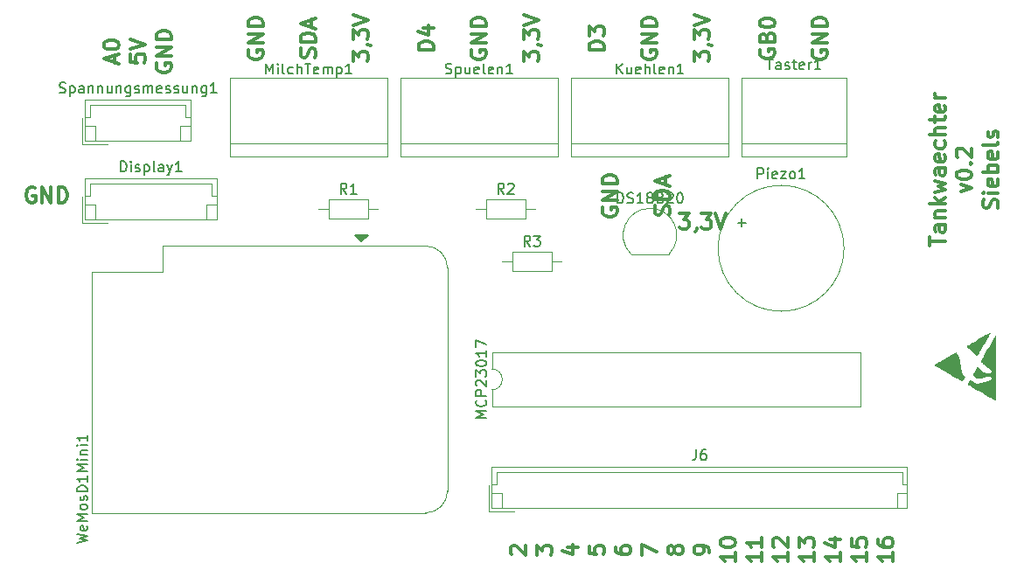
<source format=gbr>
%TF.GenerationSoftware,KiCad,Pcbnew,(5.1.7)-1*%
%TF.CreationDate,2021-05-08T17:47:48+02:00*%
%TF.ProjectId,tankwaechter,74616e6b-7761-4656-9368-7465722e6b69,rev?*%
%TF.SameCoordinates,Original*%
%TF.FileFunction,Legend,Top*%
%TF.FilePolarity,Positive*%
%FSLAX46Y46*%
G04 Gerber Fmt 4.6, Leading zero omitted, Abs format (unit mm)*
G04 Created by KiCad (PCBNEW (5.1.7)-1) date 2021-05-08 17:47:48*
%MOMM*%
%LPD*%
G01*
G04 APERTURE LIST*
%ADD10C,0.300000*%
%ADD11C,0.010000*%
%ADD12C,0.120000*%
%ADD13C,0.150000*%
G04 APERTURE END LIST*
D10*
X103308571Y-157217142D02*
X103308571Y-156360000D01*
X104808571Y-156788571D02*
X103308571Y-156788571D01*
X104808571Y-155217142D02*
X104022857Y-155217142D01*
X103880000Y-155288571D01*
X103808571Y-155431428D01*
X103808571Y-155717142D01*
X103880000Y-155860000D01*
X104737142Y-155217142D02*
X104808571Y-155360000D01*
X104808571Y-155717142D01*
X104737142Y-155860000D01*
X104594285Y-155931428D01*
X104451428Y-155931428D01*
X104308571Y-155860000D01*
X104237142Y-155717142D01*
X104237142Y-155360000D01*
X104165714Y-155217142D01*
X103808571Y-154502857D02*
X104808571Y-154502857D01*
X103951428Y-154502857D02*
X103880000Y-154431428D01*
X103808571Y-154288571D01*
X103808571Y-154074285D01*
X103880000Y-153931428D01*
X104022857Y-153860000D01*
X104808571Y-153860000D01*
X104808571Y-153145714D02*
X103308571Y-153145714D01*
X104237142Y-153002857D02*
X104808571Y-152574285D01*
X103808571Y-152574285D02*
X104380000Y-153145714D01*
X103808571Y-152074285D02*
X104808571Y-151788571D01*
X104094285Y-151502857D01*
X104808571Y-151217142D01*
X103808571Y-150931428D01*
X104808571Y-149717142D02*
X104022857Y-149717142D01*
X103880000Y-149788571D01*
X103808571Y-149931428D01*
X103808571Y-150217142D01*
X103880000Y-150360000D01*
X104737142Y-149717142D02*
X104808571Y-149860000D01*
X104808571Y-150217142D01*
X104737142Y-150360000D01*
X104594285Y-150431428D01*
X104451428Y-150431428D01*
X104308571Y-150360000D01*
X104237142Y-150217142D01*
X104237142Y-149860000D01*
X104165714Y-149717142D01*
X104737142Y-148431428D02*
X104808571Y-148574285D01*
X104808571Y-148860000D01*
X104737142Y-149002857D01*
X104594285Y-149074285D01*
X104022857Y-149074285D01*
X103880000Y-149002857D01*
X103808571Y-148860000D01*
X103808571Y-148574285D01*
X103880000Y-148431428D01*
X104022857Y-148360000D01*
X104165714Y-148360000D01*
X104308571Y-149074285D01*
X104737142Y-147074285D02*
X104808571Y-147217142D01*
X104808571Y-147502857D01*
X104737142Y-147645714D01*
X104665714Y-147717142D01*
X104522857Y-147788571D01*
X104094285Y-147788571D01*
X103951428Y-147717142D01*
X103880000Y-147645714D01*
X103808571Y-147502857D01*
X103808571Y-147217142D01*
X103880000Y-147074285D01*
X104808571Y-146431428D02*
X103308571Y-146431428D01*
X104808571Y-145788571D02*
X104022857Y-145788571D01*
X103880000Y-145860000D01*
X103808571Y-146002857D01*
X103808571Y-146217142D01*
X103880000Y-146360000D01*
X103951428Y-146431428D01*
X103808571Y-145288571D02*
X103808571Y-144717142D01*
X103308571Y-145074285D02*
X104594285Y-145074285D01*
X104737142Y-145002857D01*
X104808571Y-144860000D01*
X104808571Y-144717142D01*
X104737142Y-143645714D02*
X104808571Y-143788571D01*
X104808571Y-144074285D01*
X104737142Y-144217142D01*
X104594285Y-144288571D01*
X104022857Y-144288571D01*
X103880000Y-144217142D01*
X103808571Y-144074285D01*
X103808571Y-143788571D01*
X103880000Y-143645714D01*
X104022857Y-143574285D01*
X104165714Y-143574285D01*
X104308571Y-144288571D01*
X104808571Y-142931428D02*
X103808571Y-142931428D01*
X104094285Y-142931428D02*
X103951428Y-142860000D01*
X103880000Y-142788571D01*
X103808571Y-142645714D01*
X103808571Y-142502857D01*
X106358571Y-152002857D02*
X107358571Y-151645714D01*
X106358571Y-151288571D01*
X105858571Y-150431428D02*
X105858571Y-150288571D01*
X105930000Y-150145714D01*
X106001428Y-150074285D01*
X106144285Y-150002857D01*
X106430000Y-149931428D01*
X106787142Y-149931428D01*
X107072857Y-150002857D01*
X107215714Y-150074285D01*
X107287142Y-150145714D01*
X107358571Y-150288571D01*
X107358571Y-150431428D01*
X107287142Y-150574285D01*
X107215714Y-150645714D01*
X107072857Y-150717142D01*
X106787142Y-150788571D01*
X106430000Y-150788571D01*
X106144285Y-150717142D01*
X106001428Y-150645714D01*
X105930000Y-150574285D01*
X105858571Y-150431428D01*
X107215714Y-149288571D02*
X107287142Y-149217142D01*
X107358571Y-149288571D01*
X107287142Y-149360000D01*
X107215714Y-149288571D01*
X107358571Y-149288571D01*
X106001428Y-148645714D02*
X105930000Y-148574285D01*
X105858571Y-148431428D01*
X105858571Y-148074285D01*
X105930000Y-147931428D01*
X106001428Y-147860000D01*
X106144285Y-147788571D01*
X106287142Y-147788571D01*
X106501428Y-147860000D01*
X107358571Y-148717142D01*
X107358571Y-147788571D01*
X109837142Y-153610000D02*
X109908571Y-153395714D01*
X109908571Y-153038571D01*
X109837142Y-152895714D01*
X109765714Y-152824285D01*
X109622857Y-152752857D01*
X109480000Y-152752857D01*
X109337142Y-152824285D01*
X109265714Y-152895714D01*
X109194285Y-153038571D01*
X109122857Y-153324285D01*
X109051428Y-153467142D01*
X108980000Y-153538571D01*
X108837142Y-153610000D01*
X108694285Y-153610000D01*
X108551428Y-153538571D01*
X108480000Y-153467142D01*
X108408571Y-153324285D01*
X108408571Y-152967142D01*
X108480000Y-152752857D01*
X109908571Y-152110000D02*
X108908571Y-152110000D01*
X108408571Y-152110000D02*
X108480000Y-152181428D01*
X108551428Y-152110000D01*
X108480000Y-152038571D01*
X108408571Y-152110000D01*
X108551428Y-152110000D01*
X109837142Y-150824285D02*
X109908571Y-150967142D01*
X109908571Y-151252857D01*
X109837142Y-151395714D01*
X109694285Y-151467142D01*
X109122857Y-151467142D01*
X108980000Y-151395714D01*
X108908571Y-151252857D01*
X108908571Y-150967142D01*
X108980000Y-150824285D01*
X109122857Y-150752857D01*
X109265714Y-150752857D01*
X109408571Y-151467142D01*
X109908571Y-150110000D02*
X108408571Y-150110000D01*
X108980000Y-150110000D02*
X108908571Y-149967142D01*
X108908571Y-149681428D01*
X108980000Y-149538571D01*
X109051428Y-149467142D01*
X109194285Y-149395714D01*
X109622857Y-149395714D01*
X109765714Y-149467142D01*
X109837142Y-149538571D01*
X109908571Y-149681428D01*
X109908571Y-149967142D01*
X109837142Y-150110000D01*
X109837142Y-148181428D02*
X109908571Y-148324285D01*
X109908571Y-148610000D01*
X109837142Y-148752857D01*
X109694285Y-148824285D01*
X109122857Y-148824285D01*
X108980000Y-148752857D01*
X108908571Y-148610000D01*
X108908571Y-148324285D01*
X108980000Y-148181428D01*
X109122857Y-148110000D01*
X109265714Y-148110000D01*
X109408571Y-148824285D01*
X109908571Y-147252857D02*
X109837142Y-147395714D01*
X109694285Y-147467142D01*
X108408571Y-147467142D01*
X109837142Y-146752857D02*
X109908571Y-146610000D01*
X109908571Y-146324285D01*
X109837142Y-146181428D01*
X109694285Y-146110000D01*
X109622857Y-146110000D01*
X109480000Y-146181428D01*
X109408571Y-146324285D01*
X109408571Y-146538571D01*
X109337142Y-146681428D01*
X109194285Y-146752857D01*
X109122857Y-146752857D01*
X108980000Y-146681428D01*
X108908571Y-146538571D01*
X108908571Y-146324285D01*
X108980000Y-146181428D01*
X99738571Y-186975714D02*
X99738571Y-187832857D01*
X99738571Y-187404285D02*
X98238571Y-187404285D01*
X98452857Y-187547142D01*
X98595714Y-187690000D01*
X98667142Y-187832857D01*
X98238571Y-185690000D02*
X98238571Y-185975714D01*
X98310000Y-186118571D01*
X98381428Y-186190000D01*
X98595714Y-186332857D01*
X98881428Y-186404285D01*
X99452857Y-186404285D01*
X99595714Y-186332857D01*
X99667142Y-186261428D01*
X99738571Y-186118571D01*
X99738571Y-185832857D01*
X99667142Y-185690000D01*
X99595714Y-185618571D01*
X99452857Y-185547142D01*
X99095714Y-185547142D01*
X98952857Y-185618571D01*
X98881428Y-185690000D01*
X98810000Y-185832857D01*
X98810000Y-186118571D01*
X98881428Y-186261428D01*
X98952857Y-186332857D01*
X99095714Y-186404285D01*
X97198571Y-186975714D02*
X97198571Y-187832857D01*
X97198571Y-187404285D02*
X95698571Y-187404285D01*
X95912857Y-187547142D01*
X96055714Y-187690000D01*
X96127142Y-187832857D01*
X95698571Y-185618571D02*
X95698571Y-186332857D01*
X96412857Y-186404285D01*
X96341428Y-186332857D01*
X96270000Y-186190000D01*
X96270000Y-185832857D01*
X96341428Y-185690000D01*
X96412857Y-185618571D01*
X96555714Y-185547142D01*
X96912857Y-185547142D01*
X97055714Y-185618571D01*
X97127142Y-185690000D01*
X97198571Y-185832857D01*
X97198571Y-186190000D01*
X97127142Y-186332857D01*
X97055714Y-186404285D01*
X94658571Y-186975714D02*
X94658571Y-187832857D01*
X94658571Y-187404285D02*
X93158571Y-187404285D01*
X93372857Y-187547142D01*
X93515714Y-187690000D01*
X93587142Y-187832857D01*
X93658571Y-185690000D02*
X94658571Y-185690000D01*
X93087142Y-186047142D02*
X94158571Y-186404285D01*
X94158571Y-185475714D01*
X92118571Y-186975714D02*
X92118571Y-187832857D01*
X92118571Y-187404285D02*
X90618571Y-187404285D01*
X90832857Y-187547142D01*
X90975714Y-187690000D01*
X91047142Y-187832857D01*
X90618571Y-186475714D02*
X90618571Y-185547142D01*
X91190000Y-186047142D01*
X91190000Y-185832857D01*
X91261428Y-185690000D01*
X91332857Y-185618571D01*
X91475714Y-185547142D01*
X91832857Y-185547142D01*
X91975714Y-185618571D01*
X92047142Y-185690000D01*
X92118571Y-185832857D01*
X92118571Y-186261428D01*
X92047142Y-186404285D01*
X91975714Y-186475714D01*
X89578571Y-186975714D02*
X89578571Y-187832857D01*
X89578571Y-187404285D02*
X88078571Y-187404285D01*
X88292857Y-187547142D01*
X88435714Y-187690000D01*
X88507142Y-187832857D01*
X88221428Y-186404285D02*
X88150000Y-186332857D01*
X88078571Y-186190000D01*
X88078571Y-185832857D01*
X88150000Y-185690000D01*
X88221428Y-185618571D01*
X88364285Y-185547142D01*
X88507142Y-185547142D01*
X88721428Y-185618571D01*
X89578571Y-186475714D01*
X89578571Y-185547142D01*
X87038571Y-186975714D02*
X87038571Y-187832857D01*
X87038571Y-187404285D02*
X85538571Y-187404285D01*
X85752857Y-187547142D01*
X85895714Y-187690000D01*
X85967142Y-187832857D01*
X87038571Y-185547142D02*
X87038571Y-186404285D01*
X87038571Y-185975714D02*
X85538571Y-185975714D01*
X85752857Y-186118571D01*
X85895714Y-186261428D01*
X85967142Y-186404285D01*
X84498571Y-186975714D02*
X84498571Y-187832857D01*
X84498571Y-187404285D02*
X82998571Y-187404285D01*
X83212857Y-187547142D01*
X83355714Y-187690000D01*
X83427142Y-187832857D01*
X82998571Y-186047142D02*
X82998571Y-185904285D01*
X83070000Y-185761428D01*
X83141428Y-185690000D01*
X83284285Y-185618571D01*
X83570000Y-185547142D01*
X83927142Y-185547142D01*
X84212857Y-185618571D01*
X84355714Y-185690000D01*
X84427142Y-185761428D01*
X84498571Y-185904285D01*
X84498571Y-186047142D01*
X84427142Y-186190000D01*
X84355714Y-186261428D01*
X84212857Y-186332857D01*
X83927142Y-186404285D01*
X83570000Y-186404285D01*
X83284285Y-186332857D01*
X83141428Y-186261428D01*
X83070000Y-186190000D01*
X82998571Y-186047142D01*
X81958571Y-186975714D02*
X81958571Y-186690000D01*
X81887142Y-186547142D01*
X81815714Y-186475714D01*
X81601428Y-186332857D01*
X81315714Y-186261428D01*
X80744285Y-186261428D01*
X80601428Y-186332857D01*
X80530000Y-186404285D01*
X80458571Y-186547142D01*
X80458571Y-186832857D01*
X80530000Y-186975714D01*
X80601428Y-187047142D01*
X80744285Y-187118571D01*
X81101428Y-187118571D01*
X81244285Y-187047142D01*
X81315714Y-186975714D01*
X81387142Y-186832857D01*
X81387142Y-186547142D01*
X81315714Y-186404285D01*
X81244285Y-186332857D01*
X81101428Y-186261428D01*
X78561428Y-186832857D02*
X78490000Y-186975714D01*
X78418571Y-187047142D01*
X78275714Y-187118571D01*
X78204285Y-187118571D01*
X78061428Y-187047142D01*
X77990000Y-186975714D01*
X77918571Y-186832857D01*
X77918571Y-186547142D01*
X77990000Y-186404285D01*
X78061428Y-186332857D01*
X78204285Y-186261428D01*
X78275714Y-186261428D01*
X78418571Y-186332857D01*
X78490000Y-186404285D01*
X78561428Y-186547142D01*
X78561428Y-186832857D01*
X78632857Y-186975714D01*
X78704285Y-187047142D01*
X78847142Y-187118571D01*
X79132857Y-187118571D01*
X79275714Y-187047142D01*
X79347142Y-186975714D01*
X79418571Y-186832857D01*
X79418571Y-186547142D01*
X79347142Y-186404285D01*
X79275714Y-186332857D01*
X79132857Y-186261428D01*
X78847142Y-186261428D01*
X78704285Y-186332857D01*
X78632857Y-186404285D01*
X78561428Y-186547142D01*
X75378571Y-187190000D02*
X75378571Y-186190000D01*
X76878571Y-186832857D01*
X72838571Y-186404285D02*
X72838571Y-186690000D01*
X72910000Y-186832857D01*
X72981428Y-186904285D01*
X73195714Y-187047142D01*
X73481428Y-187118571D01*
X74052857Y-187118571D01*
X74195714Y-187047142D01*
X74267142Y-186975714D01*
X74338571Y-186832857D01*
X74338571Y-186547142D01*
X74267142Y-186404285D01*
X74195714Y-186332857D01*
X74052857Y-186261428D01*
X73695714Y-186261428D01*
X73552857Y-186332857D01*
X73481428Y-186404285D01*
X73410000Y-186547142D01*
X73410000Y-186832857D01*
X73481428Y-186975714D01*
X73552857Y-187047142D01*
X73695714Y-187118571D01*
X70298571Y-186332857D02*
X70298571Y-187047142D01*
X71012857Y-187118571D01*
X70941428Y-187047142D01*
X70870000Y-186904285D01*
X70870000Y-186547142D01*
X70941428Y-186404285D01*
X71012857Y-186332857D01*
X71155714Y-186261428D01*
X71512857Y-186261428D01*
X71655714Y-186332857D01*
X71727142Y-186404285D01*
X71798571Y-186547142D01*
X71798571Y-186904285D01*
X71727142Y-187047142D01*
X71655714Y-187118571D01*
X68258571Y-186404285D02*
X69258571Y-186404285D01*
X67687142Y-186761428D02*
X68758571Y-187118571D01*
X68758571Y-186190000D01*
X65218571Y-187190000D02*
X65218571Y-186261428D01*
X65790000Y-186761428D01*
X65790000Y-186547142D01*
X65861428Y-186404285D01*
X65932857Y-186332857D01*
X66075714Y-186261428D01*
X66432857Y-186261428D01*
X66575714Y-186332857D01*
X66647142Y-186404285D01*
X66718571Y-186547142D01*
X66718571Y-186975714D01*
X66647142Y-187118571D01*
X66575714Y-187190000D01*
X62821428Y-187118571D02*
X62750000Y-187047142D01*
X62678571Y-186904285D01*
X62678571Y-186547142D01*
X62750000Y-186404285D01*
X62821428Y-186332857D01*
X62964285Y-186261428D01*
X63107142Y-186261428D01*
X63321428Y-186332857D01*
X64178571Y-187190000D01*
X64178571Y-186261428D01*
X16637142Y-151650000D02*
X16494285Y-151578571D01*
X16280000Y-151578571D01*
X16065714Y-151650000D01*
X15922857Y-151792857D01*
X15851428Y-151935714D01*
X15780000Y-152221428D01*
X15780000Y-152435714D01*
X15851428Y-152721428D01*
X15922857Y-152864285D01*
X16065714Y-153007142D01*
X16280000Y-153078571D01*
X16422857Y-153078571D01*
X16637142Y-153007142D01*
X16708571Y-152935714D01*
X16708571Y-152435714D01*
X16422857Y-152435714D01*
X17351428Y-153078571D02*
X17351428Y-151578571D01*
X18208571Y-153078571D01*
X18208571Y-151578571D01*
X18922857Y-153078571D02*
X18922857Y-151578571D01*
X19280000Y-151578571D01*
X19494285Y-151650000D01*
X19637142Y-151792857D01*
X19708571Y-151935714D01*
X19780000Y-152221428D01*
X19780000Y-152435714D01*
X19708571Y-152721428D01*
X19637142Y-152864285D01*
X19494285Y-153007142D01*
X19280000Y-153078571D01*
X18922857Y-153078571D01*
X28460000Y-139572857D02*
X28388571Y-139715714D01*
X28388571Y-139930000D01*
X28460000Y-140144285D01*
X28602857Y-140287142D01*
X28745714Y-140358571D01*
X29031428Y-140430000D01*
X29245714Y-140430000D01*
X29531428Y-140358571D01*
X29674285Y-140287142D01*
X29817142Y-140144285D01*
X29888571Y-139930000D01*
X29888571Y-139787142D01*
X29817142Y-139572857D01*
X29745714Y-139501428D01*
X29245714Y-139501428D01*
X29245714Y-139787142D01*
X29888571Y-138858571D02*
X28388571Y-138858571D01*
X29888571Y-138001428D01*
X28388571Y-138001428D01*
X29888571Y-137287142D02*
X28388571Y-137287142D01*
X28388571Y-136930000D01*
X28460000Y-136715714D01*
X28602857Y-136572857D01*
X28745714Y-136501428D01*
X29031428Y-136430000D01*
X29245714Y-136430000D01*
X29531428Y-136501428D01*
X29674285Y-136572857D01*
X29817142Y-136715714D01*
X29888571Y-136930000D01*
X29888571Y-137287142D01*
X25848571Y-138715714D02*
X25848571Y-139430000D01*
X26562857Y-139501428D01*
X26491428Y-139430000D01*
X26420000Y-139287142D01*
X26420000Y-138930000D01*
X26491428Y-138787142D01*
X26562857Y-138715714D01*
X26705714Y-138644285D01*
X27062857Y-138644285D01*
X27205714Y-138715714D01*
X27277142Y-138787142D01*
X27348571Y-138930000D01*
X27348571Y-139287142D01*
X27277142Y-139430000D01*
X27205714Y-139501428D01*
X25848571Y-138215714D02*
X27348571Y-137715714D01*
X25848571Y-137215714D01*
X24380000Y-139501428D02*
X24380000Y-138787142D01*
X24808571Y-139644285D02*
X23308571Y-139144285D01*
X24808571Y-138644285D01*
X23308571Y-137858571D02*
X23308571Y-137715714D01*
X23380000Y-137572857D01*
X23451428Y-137501428D01*
X23594285Y-137430000D01*
X23880000Y-137358571D01*
X24237142Y-137358571D01*
X24522857Y-137430000D01*
X24665714Y-137501428D01*
X24737142Y-137572857D01*
X24808571Y-137715714D01*
X24808571Y-137858571D01*
X24737142Y-138001428D01*
X24665714Y-138072857D01*
X24522857Y-138144285D01*
X24237142Y-138215714D01*
X23880000Y-138215714D01*
X23594285Y-138144285D01*
X23451428Y-138072857D01*
X23380000Y-138001428D01*
X23308571Y-137858571D01*
X79065714Y-154118571D02*
X79994285Y-154118571D01*
X79494285Y-154690000D01*
X79708571Y-154690000D01*
X79851428Y-154761428D01*
X79922857Y-154832857D01*
X79994285Y-154975714D01*
X79994285Y-155332857D01*
X79922857Y-155475714D01*
X79851428Y-155547142D01*
X79708571Y-155618571D01*
X79280000Y-155618571D01*
X79137142Y-155547142D01*
X79065714Y-155475714D01*
X80708571Y-155547142D02*
X80708571Y-155618571D01*
X80637142Y-155761428D01*
X80565714Y-155832857D01*
X81208571Y-154118571D02*
X82137142Y-154118571D01*
X81637142Y-154690000D01*
X81851428Y-154690000D01*
X81994285Y-154761428D01*
X82065714Y-154832857D01*
X82137142Y-154975714D01*
X82137142Y-155332857D01*
X82065714Y-155475714D01*
X81994285Y-155547142D01*
X81851428Y-155618571D01*
X81422857Y-155618571D01*
X81280000Y-155547142D01*
X81208571Y-155475714D01*
X82565714Y-154118571D02*
X83065714Y-155618571D01*
X83565714Y-154118571D01*
X78077142Y-154221428D02*
X78148571Y-154007142D01*
X78148571Y-153650000D01*
X78077142Y-153507142D01*
X78005714Y-153435714D01*
X77862857Y-153364285D01*
X77720000Y-153364285D01*
X77577142Y-153435714D01*
X77505714Y-153507142D01*
X77434285Y-153650000D01*
X77362857Y-153935714D01*
X77291428Y-154078571D01*
X77220000Y-154150000D01*
X77077142Y-154221428D01*
X76934285Y-154221428D01*
X76791428Y-154150000D01*
X76720000Y-154078571D01*
X76648571Y-153935714D01*
X76648571Y-153578571D01*
X76720000Y-153364285D01*
X78148571Y-152721428D02*
X76648571Y-152721428D01*
X76648571Y-152364285D01*
X76720000Y-152150000D01*
X76862857Y-152007142D01*
X77005714Y-151935714D01*
X77291428Y-151864285D01*
X77505714Y-151864285D01*
X77791428Y-151935714D01*
X77934285Y-152007142D01*
X78077142Y-152150000D01*
X78148571Y-152364285D01*
X78148571Y-152721428D01*
X77720000Y-151292857D02*
X77720000Y-150578571D01*
X78148571Y-151435714D02*
X76648571Y-150935714D01*
X78148571Y-150435714D01*
X71640000Y-153542857D02*
X71568571Y-153685714D01*
X71568571Y-153900000D01*
X71640000Y-154114285D01*
X71782857Y-154257142D01*
X71925714Y-154328571D01*
X72211428Y-154400000D01*
X72425714Y-154400000D01*
X72711428Y-154328571D01*
X72854285Y-154257142D01*
X72997142Y-154114285D01*
X73068571Y-153900000D01*
X73068571Y-153757142D01*
X72997142Y-153542857D01*
X72925714Y-153471428D01*
X72425714Y-153471428D01*
X72425714Y-153757142D01*
X73068571Y-152828571D02*
X71568571Y-152828571D01*
X73068571Y-151971428D01*
X71568571Y-151971428D01*
X73068571Y-151257142D02*
X71568571Y-151257142D01*
X71568571Y-150900000D01*
X71640000Y-150685714D01*
X71782857Y-150542857D01*
X71925714Y-150471428D01*
X72211428Y-150400000D01*
X72425714Y-150400000D01*
X72711428Y-150471428D01*
X72854285Y-150542857D01*
X72997142Y-150685714D01*
X73068571Y-150900000D01*
X73068571Y-151257142D01*
X91960000Y-138302857D02*
X91888571Y-138445714D01*
X91888571Y-138660000D01*
X91960000Y-138874285D01*
X92102857Y-139017142D01*
X92245714Y-139088571D01*
X92531428Y-139160000D01*
X92745714Y-139160000D01*
X93031428Y-139088571D01*
X93174285Y-139017142D01*
X93317142Y-138874285D01*
X93388571Y-138660000D01*
X93388571Y-138517142D01*
X93317142Y-138302857D01*
X93245714Y-138231428D01*
X92745714Y-138231428D01*
X92745714Y-138517142D01*
X93388571Y-137588571D02*
X91888571Y-137588571D01*
X93388571Y-136731428D01*
X91888571Y-136731428D01*
X93388571Y-136017142D02*
X91888571Y-136017142D01*
X91888571Y-135660000D01*
X91960000Y-135445714D01*
X92102857Y-135302857D01*
X92245714Y-135231428D01*
X92531428Y-135160000D01*
X92745714Y-135160000D01*
X93031428Y-135231428D01*
X93174285Y-135302857D01*
X93317142Y-135445714D01*
X93388571Y-135660000D01*
X93388571Y-136017142D01*
X86880000Y-138231428D02*
X86808571Y-138374285D01*
X86808571Y-138588571D01*
X86880000Y-138802857D01*
X87022857Y-138945714D01*
X87165714Y-139017142D01*
X87451428Y-139088571D01*
X87665714Y-139088571D01*
X87951428Y-139017142D01*
X88094285Y-138945714D01*
X88237142Y-138802857D01*
X88308571Y-138588571D01*
X88308571Y-138445714D01*
X88237142Y-138231428D01*
X88165714Y-138160000D01*
X87665714Y-138160000D01*
X87665714Y-138445714D01*
X87522857Y-137017142D02*
X87594285Y-136802857D01*
X87665714Y-136731428D01*
X87808571Y-136660000D01*
X88022857Y-136660000D01*
X88165714Y-136731428D01*
X88237142Y-136802857D01*
X88308571Y-136945714D01*
X88308571Y-137517142D01*
X86808571Y-137517142D01*
X86808571Y-137017142D01*
X86880000Y-136874285D01*
X86951428Y-136802857D01*
X87094285Y-136731428D01*
X87237142Y-136731428D01*
X87380000Y-136802857D01*
X87451428Y-136874285D01*
X87522857Y-137017142D01*
X87522857Y-137517142D01*
X86808571Y-135731428D02*
X86808571Y-135588571D01*
X86880000Y-135445714D01*
X86951428Y-135374285D01*
X87094285Y-135302857D01*
X87380000Y-135231428D01*
X87737142Y-135231428D01*
X88022857Y-135302857D01*
X88165714Y-135374285D01*
X88237142Y-135445714D01*
X88308571Y-135588571D01*
X88308571Y-135731428D01*
X88237142Y-135874285D01*
X88165714Y-135945714D01*
X88022857Y-136017142D01*
X87737142Y-136088571D01*
X87380000Y-136088571D01*
X87094285Y-136017142D01*
X86951428Y-135945714D01*
X86880000Y-135874285D01*
X86808571Y-135731428D01*
X80458571Y-139374285D02*
X80458571Y-138445714D01*
X81030000Y-138945714D01*
X81030000Y-138731428D01*
X81101428Y-138588571D01*
X81172857Y-138517142D01*
X81315714Y-138445714D01*
X81672857Y-138445714D01*
X81815714Y-138517142D01*
X81887142Y-138588571D01*
X81958571Y-138731428D01*
X81958571Y-139160000D01*
X81887142Y-139302857D01*
X81815714Y-139374285D01*
X81887142Y-137731428D02*
X81958571Y-137731428D01*
X82101428Y-137802857D01*
X82172857Y-137874285D01*
X80458571Y-137231428D02*
X80458571Y-136302857D01*
X81030000Y-136802857D01*
X81030000Y-136588571D01*
X81101428Y-136445714D01*
X81172857Y-136374285D01*
X81315714Y-136302857D01*
X81672857Y-136302857D01*
X81815714Y-136374285D01*
X81887142Y-136445714D01*
X81958571Y-136588571D01*
X81958571Y-137017142D01*
X81887142Y-137160000D01*
X81815714Y-137231428D01*
X80458571Y-135874285D02*
X81958571Y-135374285D01*
X80458571Y-134874285D01*
X75450000Y-138302857D02*
X75378571Y-138445714D01*
X75378571Y-138660000D01*
X75450000Y-138874285D01*
X75592857Y-139017142D01*
X75735714Y-139088571D01*
X76021428Y-139160000D01*
X76235714Y-139160000D01*
X76521428Y-139088571D01*
X76664285Y-139017142D01*
X76807142Y-138874285D01*
X76878571Y-138660000D01*
X76878571Y-138517142D01*
X76807142Y-138302857D01*
X76735714Y-138231428D01*
X76235714Y-138231428D01*
X76235714Y-138517142D01*
X76878571Y-137588571D02*
X75378571Y-137588571D01*
X76878571Y-136731428D01*
X75378571Y-136731428D01*
X76878571Y-136017142D02*
X75378571Y-136017142D01*
X75378571Y-135660000D01*
X75450000Y-135445714D01*
X75592857Y-135302857D01*
X75735714Y-135231428D01*
X76021428Y-135160000D01*
X76235714Y-135160000D01*
X76521428Y-135231428D01*
X76664285Y-135302857D01*
X76807142Y-135445714D01*
X76878571Y-135660000D01*
X76878571Y-136017142D01*
X71798571Y-138267142D02*
X70298571Y-138267142D01*
X70298571Y-137910000D01*
X70370000Y-137695714D01*
X70512857Y-137552857D01*
X70655714Y-137481428D01*
X70941428Y-137410000D01*
X71155714Y-137410000D01*
X71441428Y-137481428D01*
X71584285Y-137552857D01*
X71727142Y-137695714D01*
X71798571Y-137910000D01*
X71798571Y-138267142D01*
X70298571Y-136910000D02*
X70298571Y-135981428D01*
X70870000Y-136481428D01*
X70870000Y-136267142D01*
X70941428Y-136124285D01*
X71012857Y-136052857D01*
X71155714Y-135981428D01*
X71512857Y-135981428D01*
X71655714Y-136052857D01*
X71727142Y-136124285D01*
X71798571Y-136267142D01*
X71798571Y-136695714D01*
X71727142Y-136838571D01*
X71655714Y-136910000D01*
X63948571Y-139374285D02*
X63948571Y-138445714D01*
X64520000Y-138945714D01*
X64520000Y-138731428D01*
X64591428Y-138588571D01*
X64662857Y-138517142D01*
X64805714Y-138445714D01*
X65162857Y-138445714D01*
X65305714Y-138517142D01*
X65377142Y-138588571D01*
X65448571Y-138731428D01*
X65448571Y-139160000D01*
X65377142Y-139302857D01*
X65305714Y-139374285D01*
X65377142Y-137731428D02*
X65448571Y-137731428D01*
X65591428Y-137802857D01*
X65662857Y-137874285D01*
X63948571Y-137231428D02*
X63948571Y-136302857D01*
X64520000Y-136802857D01*
X64520000Y-136588571D01*
X64591428Y-136445714D01*
X64662857Y-136374285D01*
X64805714Y-136302857D01*
X65162857Y-136302857D01*
X65305714Y-136374285D01*
X65377142Y-136445714D01*
X65448571Y-136588571D01*
X65448571Y-137017142D01*
X65377142Y-137160000D01*
X65305714Y-137231428D01*
X63948571Y-135874285D02*
X65448571Y-135374285D01*
X63948571Y-134874285D01*
X58940000Y-138302857D02*
X58868571Y-138445714D01*
X58868571Y-138660000D01*
X58940000Y-138874285D01*
X59082857Y-139017142D01*
X59225714Y-139088571D01*
X59511428Y-139160000D01*
X59725714Y-139160000D01*
X60011428Y-139088571D01*
X60154285Y-139017142D01*
X60297142Y-138874285D01*
X60368571Y-138660000D01*
X60368571Y-138517142D01*
X60297142Y-138302857D01*
X60225714Y-138231428D01*
X59725714Y-138231428D01*
X59725714Y-138517142D01*
X60368571Y-137588571D02*
X58868571Y-137588571D01*
X60368571Y-136731428D01*
X58868571Y-136731428D01*
X60368571Y-136017142D02*
X58868571Y-136017142D01*
X58868571Y-135660000D01*
X58940000Y-135445714D01*
X59082857Y-135302857D01*
X59225714Y-135231428D01*
X59511428Y-135160000D01*
X59725714Y-135160000D01*
X60011428Y-135231428D01*
X60154285Y-135302857D01*
X60297142Y-135445714D01*
X60368571Y-135660000D01*
X60368571Y-136017142D01*
X55288571Y-138267142D02*
X53788571Y-138267142D01*
X53788571Y-137910000D01*
X53860000Y-137695714D01*
X54002857Y-137552857D01*
X54145714Y-137481428D01*
X54431428Y-137410000D01*
X54645714Y-137410000D01*
X54931428Y-137481428D01*
X55074285Y-137552857D01*
X55217142Y-137695714D01*
X55288571Y-137910000D01*
X55288571Y-138267142D01*
X54288571Y-136124285D02*
X55288571Y-136124285D01*
X53717142Y-136481428D02*
X54788571Y-136838571D01*
X54788571Y-135910000D01*
X47438571Y-139374285D02*
X47438571Y-138445714D01*
X48010000Y-138945714D01*
X48010000Y-138731428D01*
X48081428Y-138588571D01*
X48152857Y-138517142D01*
X48295714Y-138445714D01*
X48652857Y-138445714D01*
X48795714Y-138517142D01*
X48867142Y-138588571D01*
X48938571Y-138731428D01*
X48938571Y-139160000D01*
X48867142Y-139302857D01*
X48795714Y-139374285D01*
X48867142Y-137731428D02*
X48938571Y-137731428D01*
X49081428Y-137802857D01*
X49152857Y-137874285D01*
X47438571Y-137231428D02*
X47438571Y-136302857D01*
X48010000Y-136802857D01*
X48010000Y-136588571D01*
X48081428Y-136445714D01*
X48152857Y-136374285D01*
X48295714Y-136302857D01*
X48652857Y-136302857D01*
X48795714Y-136374285D01*
X48867142Y-136445714D01*
X48938571Y-136588571D01*
X48938571Y-137017142D01*
X48867142Y-137160000D01*
X48795714Y-137231428D01*
X47438571Y-135874285D02*
X48938571Y-135374285D01*
X47438571Y-134874285D01*
X43787142Y-138981428D02*
X43858571Y-138767142D01*
X43858571Y-138410000D01*
X43787142Y-138267142D01*
X43715714Y-138195714D01*
X43572857Y-138124285D01*
X43430000Y-138124285D01*
X43287142Y-138195714D01*
X43215714Y-138267142D01*
X43144285Y-138410000D01*
X43072857Y-138695714D01*
X43001428Y-138838571D01*
X42930000Y-138910000D01*
X42787142Y-138981428D01*
X42644285Y-138981428D01*
X42501428Y-138910000D01*
X42430000Y-138838571D01*
X42358571Y-138695714D01*
X42358571Y-138338571D01*
X42430000Y-138124285D01*
X43858571Y-137481428D02*
X42358571Y-137481428D01*
X42358571Y-137124285D01*
X42430000Y-136910000D01*
X42572857Y-136767142D01*
X42715714Y-136695714D01*
X43001428Y-136624285D01*
X43215714Y-136624285D01*
X43501428Y-136695714D01*
X43644285Y-136767142D01*
X43787142Y-136910000D01*
X43858571Y-137124285D01*
X43858571Y-137481428D01*
X43430000Y-136052857D02*
X43430000Y-135338571D01*
X43858571Y-136195714D02*
X42358571Y-135695714D01*
X43858571Y-135195714D01*
X37350000Y-138302857D02*
X37278571Y-138445714D01*
X37278571Y-138660000D01*
X37350000Y-138874285D01*
X37492857Y-139017142D01*
X37635714Y-139088571D01*
X37921428Y-139160000D01*
X38135714Y-139160000D01*
X38421428Y-139088571D01*
X38564285Y-139017142D01*
X38707142Y-138874285D01*
X38778571Y-138660000D01*
X38778571Y-138517142D01*
X38707142Y-138302857D01*
X38635714Y-138231428D01*
X38135714Y-138231428D01*
X38135714Y-138517142D01*
X38778571Y-137588571D02*
X37278571Y-137588571D01*
X38778571Y-136731428D01*
X37278571Y-136731428D01*
X38778571Y-136017142D02*
X37278571Y-136017142D01*
X37278571Y-135660000D01*
X37350000Y-135445714D01*
X37492857Y-135302857D01*
X37635714Y-135231428D01*
X37921428Y-135160000D01*
X38135714Y-135160000D01*
X38421428Y-135231428D01*
X38564285Y-135302857D01*
X38707142Y-135445714D01*
X38778571Y-135660000D01*
X38778571Y-136017142D01*
D11*
%TO.C,REF\u002A\u002A*%
G36*
X106971158Y-170587906D02*
G01*
X106983736Y-170555381D01*
X107008712Y-170505807D01*
X107047876Y-170434626D01*
X107050988Y-170429084D01*
X107088476Y-170363526D01*
X107121319Y-170308202D01*
X107146205Y-170268545D01*
X107159820Y-170249988D01*
X107160487Y-170249469D01*
X107179390Y-170253952D01*
X107221605Y-170274514D01*
X107284832Y-170309817D01*
X107366772Y-170358520D01*
X107465122Y-170419282D01*
X107577585Y-170490764D01*
X107605165Y-170508555D01*
X107681699Y-170554907D01*
X107747556Y-170588658D01*
X107796782Y-170606847D01*
X107806507Y-170608714D01*
X107849312Y-170607885D01*
X107917209Y-170598606D01*
X108005843Y-170582032D01*
X108110859Y-170559320D01*
X108227902Y-170531627D01*
X108352616Y-170500110D01*
X108480645Y-170465925D01*
X108607634Y-170430229D01*
X108729228Y-170394179D01*
X108841072Y-170358932D01*
X108938810Y-170325644D01*
X109018087Y-170295472D01*
X109065122Y-170274439D01*
X109115225Y-170249663D01*
X109163168Y-170226270D01*
X109165793Y-170225003D01*
X109214220Y-170186301D01*
X109246828Y-170129816D01*
X109262454Y-170064061D01*
X109259937Y-169997549D01*
X109238114Y-169938795D01*
X109209382Y-169905742D01*
X109130583Y-169858141D01*
X109032378Y-169823261D01*
X108924779Y-169804123D01*
X108863780Y-169801412D01*
X108749935Y-169812330D01*
X108655660Y-169844376D01*
X108576379Y-169899274D01*
X108558733Y-169916393D01*
X108509235Y-169967339D01*
X108159362Y-169970837D01*
X107809489Y-169974336D01*
X107674531Y-169885182D01*
X107613445Y-169843346D01*
X107558493Y-169803055D01*
X107517336Y-169770057D01*
X107502192Y-169755874D01*
X107464810Y-169715719D01*
X107494098Y-169661335D01*
X107515084Y-169626961D01*
X107531378Y-169608154D01*
X107534307Y-169606951D01*
X107546728Y-169594097D01*
X107555977Y-169572104D01*
X107564313Y-169550850D01*
X107580149Y-169518306D01*
X107605033Y-169471678D01*
X107640509Y-169408171D01*
X107688123Y-169324992D01*
X107749422Y-169219347D01*
X107782932Y-169161938D01*
X107823071Y-169094406D01*
X107851659Y-169050115D01*
X107872039Y-169025145D01*
X107887553Y-169015577D01*
X107901546Y-169017492D01*
X107904796Y-169019089D01*
X107925266Y-169034624D01*
X107963665Y-169067864D01*
X108015696Y-169114938D01*
X108077066Y-169171972D01*
X108129090Y-169221300D01*
X108252567Y-169334970D01*
X108359591Y-169423895D01*
X108451240Y-169488866D01*
X108528588Y-169530679D01*
X108567866Y-169544783D01*
X108602249Y-169550608D01*
X108660899Y-169556625D01*
X108737117Y-169562304D01*
X108824202Y-169567116D01*
X108879268Y-169569381D01*
X108974464Y-169572541D01*
X109044062Y-169573931D01*
X109093409Y-169573142D01*
X109127854Y-169569765D01*
X109152743Y-169563392D01*
X109173425Y-169553613D01*
X109186053Y-169545933D01*
X109234726Y-169501579D01*
X109268645Y-169444426D01*
X109283438Y-169384292D01*
X109278086Y-169339227D01*
X109254930Y-169298424D01*
X109213462Y-169247276D01*
X109160912Y-169192958D01*
X109104516Y-169142643D01*
X109051505Y-169103506D01*
X109025889Y-169089095D01*
X108990814Y-169067509D01*
X108937389Y-169028247D01*
X108869789Y-168974898D01*
X108792190Y-168911048D01*
X108708768Y-168840285D01*
X108623698Y-168766196D01*
X108541155Y-168692368D01*
X108465316Y-168622389D01*
X108400356Y-168559845D01*
X108352669Y-168510740D01*
X108305032Y-168456221D01*
X108269908Y-168410358D01*
X108250949Y-168378189D01*
X108248864Y-168367511D01*
X108257274Y-168351147D01*
X108279846Y-168310329D01*
X108315224Y-168247414D01*
X108362054Y-168164756D01*
X108418981Y-168064711D01*
X108484649Y-167949634D01*
X108557703Y-167821881D01*
X108636788Y-167683806D01*
X108720548Y-167537766D01*
X108807629Y-167386116D01*
X108896676Y-167231210D01*
X108986332Y-167075405D01*
X109075243Y-166921056D01*
X109162054Y-166770518D01*
X109245409Y-166626146D01*
X109323954Y-166490296D01*
X109396333Y-166365323D01*
X109461190Y-166253583D01*
X109517171Y-166157430D01*
X109562920Y-166079221D01*
X109597083Y-166021311D01*
X109618304Y-165986054D01*
X109624963Y-165975835D01*
X109626280Y-165989598D01*
X109627559Y-166032896D01*
X109628796Y-166104286D01*
X109629983Y-166202327D01*
X109631115Y-166325578D01*
X109632186Y-166472597D01*
X109633189Y-166641943D01*
X109634119Y-166832174D01*
X109634968Y-167041849D01*
X109635732Y-167269527D01*
X109636403Y-167513765D01*
X109636976Y-167773123D01*
X109637444Y-168046159D01*
X109637802Y-168331432D01*
X109638042Y-168627500D01*
X109638159Y-168932921D01*
X109638171Y-169061076D01*
X109638171Y-172161030D01*
X109254847Y-171939947D01*
X109173680Y-171893144D01*
X109069166Y-171832898D01*
X108944801Y-171761222D01*
X108804082Y-171680131D01*
X108650503Y-171591638D01*
X108487562Y-171497760D01*
X108318754Y-171400509D01*
X108147575Y-171301900D01*
X107977521Y-171203947D01*
X107934512Y-171179175D01*
X107777857Y-171088848D01*
X107628803Y-171002711D01*
X107489568Y-170922058D01*
X107362371Y-170848184D01*
X107249432Y-170782383D01*
X107152968Y-170725950D01*
X107075200Y-170680179D01*
X107018346Y-170646365D01*
X106984625Y-170625802D01*
X106976040Y-170620047D01*
X106969189Y-170607942D01*
X106971158Y-170587906D01*
G37*
X106971158Y-170587906D02*
X106983736Y-170555381D01*
X107008712Y-170505807D01*
X107047876Y-170434626D01*
X107050988Y-170429084D01*
X107088476Y-170363526D01*
X107121319Y-170308202D01*
X107146205Y-170268545D01*
X107159820Y-170249988D01*
X107160487Y-170249469D01*
X107179390Y-170253952D01*
X107221605Y-170274514D01*
X107284832Y-170309817D01*
X107366772Y-170358520D01*
X107465122Y-170419282D01*
X107577585Y-170490764D01*
X107605165Y-170508555D01*
X107681699Y-170554907D01*
X107747556Y-170588658D01*
X107796782Y-170606847D01*
X107806507Y-170608714D01*
X107849312Y-170607885D01*
X107917209Y-170598606D01*
X108005843Y-170582032D01*
X108110859Y-170559320D01*
X108227902Y-170531627D01*
X108352616Y-170500110D01*
X108480645Y-170465925D01*
X108607634Y-170430229D01*
X108729228Y-170394179D01*
X108841072Y-170358932D01*
X108938810Y-170325644D01*
X109018087Y-170295472D01*
X109065122Y-170274439D01*
X109115225Y-170249663D01*
X109163168Y-170226270D01*
X109165793Y-170225003D01*
X109214220Y-170186301D01*
X109246828Y-170129816D01*
X109262454Y-170064061D01*
X109259937Y-169997549D01*
X109238114Y-169938795D01*
X109209382Y-169905742D01*
X109130583Y-169858141D01*
X109032378Y-169823261D01*
X108924779Y-169804123D01*
X108863780Y-169801412D01*
X108749935Y-169812330D01*
X108655660Y-169844376D01*
X108576379Y-169899274D01*
X108558733Y-169916393D01*
X108509235Y-169967339D01*
X108159362Y-169970837D01*
X107809489Y-169974336D01*
X107674531Y-169885182D01*
X107613445Y-169843346D01*
X107558493Y-169803055D01*
X107517336Y-169770057D01*
X107502192Y-169755874D01*
X107464810Y-169715719D01*
X107494098Y-169661335D01*
X107515084Y-169626961D01*
X107531378Y-169608154D01*
X107534307Y-169606951D01*
X107546728Y-169594097D01*
X107555977Y-169572104D01*
X107564313Y-169550850D01*
X107580149Y-169518306D01*
X107605033Y-169471678D01*
X107640509Y-169408171D01*
X107688123Y-169324992D01*
X107749422Y-169219347D01*
X107782932Y-169161938D01*
X107823071Y-169094406D01*
X107851659Y-169050115D01*
X107872039Y-169025145D01*
X107887553Y-169015577D01*
X107901546Y-169017492D01*
X107904796Y-169019089D01*
X107925266Y-169034624D01*
X107963665Y-169067864D01*
X108015696Y-169114938D01*
X108077066Y-169171972D01*
X108129090Y-169221300D01*
X108252567Y-169334970D01*
X108359591Y-169423895D01*
X108451240Y-169488866D01*
X108528588Y-169530679D01*
X108567866Y-169544783D01*
X108602249Y-169550608D01*
X108660899Y-169556625D01*
X108737117Y-169562304D01*
X108824202Y-169567116D01*
X108879268Y-169569381D01*
X108974464Y-169572541D01*
X109044062Y-169573931D01*
X109093409Y-169573142D01*
X109127854Y-169569765D01*
X109152743Y-169563392D01*
X109173425Y-169553613D01*
X109186053Y-169545933D01*
X109234726Y-169501579D01*
X109268645Y-169444426D01*
X109283438Y-169384292D01*
X109278086Y-169339227D01*
X109254930Y-169298424D01*
X109213462Y-169247276D01*
X109160912Y-169192958D01*
X109104516Y-169142643D01*
X109051505Y-169103506D01*
X109025889Y-169089095D01*
X108990814Y-169067509D01*
X108937389Y-169028247D01*
X108869789Y-168974898D01*
X108792190Y-168911048D01*
X108708768Y-168840285D01*
X108623698Y-168766196D01*
X108541155Y-168692368D01*
X108465316Y-168622389D01*
X108400356Y-168559845D01*
X108352669Y-168510740D01*
X108305032Y-168456221D01*
X108269908Y-168410358D01*
X108250949Y-168378189D01*
X108248864Y-168367511D01*
X108257274Y-168351147D01*
X108279846Y-168310329D01*
X108315224Y-168247414D01*
X108362054Y-168164756D01*
X108418981Y-168064711D01*
X108484649Y-167949634D01*
X108557703Y-167821881D01*
X108636788Y-167683806D01*
X108720548Y-167537766D01*
X108807629Y-167386116D01*
X108896676Y-167231210D01*
X108986332Y-167075405D01*
X109075243Y-166921056D01*
X109162054Y-166770518D01*
X109245409Y-166626146D01*
X109323954Y-166490296D01*
X109396333Y-166365323D01*
X109461190Y-166253583D01*
X109517171Y-166157430D01*
X109562920Y-166079221D01*
X109597083Y-166021311D01*
X109618304Y-165986054D01*
X109624963Y-165975835D01*
X109626280Y-165989598D01*
X109627559Y-166032896D01*
X109628796Y-166104286D01*
X109629983Y-166202327D01*
X109631115Y-166325578D01*
X109632186Y-166472597D01*
X109633189Y-166641943D01*
X109634119Y-166832174D01*
X109634968Y-167041849D01*
X109635732Y-167269527D01*
X109636403Y-167513765D01*
X109636976Y-167773123D01*
X109637444Y-168046159D01*
X109637802Y-168331432D01*
X109638042Y-168627500D01*
X109638159Y-168932921D01*
X109638171Y-169061076D01*
X109638171Y-172161030D01*
X109254847Y-171939947D01*
X109173680Y-171893144D01*
X109069166Y-171832898D01*
X108944801Y-171761222D01*
X108804082Y-171680131D01*
X108650503Y-171591638D01*
X108487562Y-171497760D01*
X108318754Y-171400509D01*
X108147575Y-171301900D01*
X107977521Y-171203947D01*
X107934512Y-171179175D01*
X107777857Y-171088848D01*
X107628803Y-171002711D01*
X107489568Y-170922058D01*
X107362371Y-170848184D01*
X107249432Y-170782383D01*
X107152968Y-170725950D01*
X107075200Y-170680179D01*
X107018346Y-170646365D01*
X106984625Y-170625802D01*
X106976040Y-170620047D01*
X106969189Y-170607942D01*
X106971158Y-170587906D01*
G36*
X106914619Y-166922472D02*
G01*
X106933693Y-166911092D01*
X106977421Y-166885512D01*
X107043619Y-166846998D01*
X107130102Y-166796814D01*
X107234685Y-166736225D01*
X107355183Y-166666497D01*
X107489412Y-166588893D01*
X107635187Y-166504680D01*
X107790323Y-166415121D01*
X107950000Y-166323002D01*
X108113117Y-166228924D01*
X108269709Y-166138598D01*
X108417506Y-166053335D01*
X108554240Y-165974443D01*
X108677642Y-165903231D01*
X108785444Y-165841009D01*
X108875377Y-165789087D01*
X108945173Y-165748772D01*
X108992564Y-165721376D01*
X109014786Y-165708493D01*
X109052330Y-165687493D01*
X109075831Y-165676075D01*
X109079920Y-165675449D01*
X109072242Y-165689364D01*
X109050203Y-165728059D01*
X109014971Y-165789513D01*
X108967711Y-165871702D01*
X108909589Y-165972604D01*
X108841771Y-166090195D01*
X108765424Y-166222454D01*
X108681714Y-166367358D01*
X108591806Y-166522883D01*
X108496867Y-166687008D01*
X108460732Y-166749451D01*
X108364083Y-166916513D01*
X108271938Y-167075926D01*
X108185475Y-167225645D01*
X108105871Y-167363624D01*
X108034305Y-167487815D01*
X107971955Y-167596173D01*
X107919998Y-167686652D01*
X107879613Y-167757204D01*
X107851978Y-167805785D01*
X107838272Y-167830346D01*
X107836974Y-167832915D01*
X107825220Y-167825431D01*
X107793795Y-167799386D01*
X107745594Y-167757441D01*
X107683510Y-167702254D01*
X107610439Y-167636483D01*
X107529276Y-167562788D01*
X107442916Y-167483827D01*
X107354253Y-167402260D01*
X107266182Y-167320746D01*
X107181599Y-167241943D01*
X107103397Y-167168510D01*
X107034472Y-167103107D01*
X106977719Y-167048392D01*
X106936032Y-167007023D01*
X106922363Y-166992836D01*
X106878201Y-166945820D01*
X106914619Y-166922472D01*
G37*
X106914619Y-166922472D02*
X106933693Y-166911092D01*
X106977421Y-166885512D01*
X107043619Y-166846998D01*
X107130102Y-166796814D01*
X107234685Y-166736225D01*
X107355183Y-166666497D01*
X107489412Y-166588893D01*
X107635187Y-166504680D01*
X107790323Y-166415121D01*
X107950000Y-166323002D01*
X108113117Y-166228924D01*
X108269709Y-166138598D01*
X108417506Y-166053335D01*
X108554240Y-165974443D01*
X108677642Y-165903231D01*
X108785444Y-165841009D01*
X108875377Y-165789087D01*
X108945173Y-165748772D01*
X108992564Y-165721376D01*
X109014786Y-165708493D01*
X109052330Y-165687493D01*
X109075831Y-165676075D01*
X109079920Y-165675449D01*
X109072242Y-165689364D01*
X109050203Y-165728059D01*
X109014971Y-165789513D01*
X108967711Y-165871702D01*
X108909589Y-165972604D01*
X108841771Y-166090195D01*
X108765424Y-166222454D01*
X108681714Y-166367358D01*
X108591806Y-166522883D01*
X108496867Y-166687008D01*
X108460732Y-166749451D01*
X108364083Y-166916513D01*
X108271938Y-167075926D01*
X108185475Y-167225645D01*
X108105871Y-167363624D01*
X108034305Y-167487815D01*
X107971955Y-167596173D01*
X107919998Y-167686652D01*
X107879613Y-167757204D01*
X107851978Y-167805785D01*
X107838272Y-167830346D01*
X107836974Y-167832915D01*
X107825220Y-167825431D01*
X107793795Y-167799386D01*
X107745594Y-167757441D01*
X107683510Y-167702254D01*
X107610439Y-167636483D01*
X107529276Y-167562788D01*
X107442916Y-167483827D01*
X107354253Y-167402260D01*
X107266182Y-167320746D01*
X107181599Y-167241943D01*
X107103397Y-167168510D01*
X107034472Y-167103107D01*
X106977719Y-167048392D01*
X106936032Y-167007023D01*
X106922363Y-166992836D01*
X106878201Y-166945820D01*
X106914619Y-166922472D01*
G36*
X103765835Y-168745957D02*
G01*
X103803245Y-168722935D01*
X103862514Y-168687466D01*
X103941118Y-168641004D01*
X104036538Y-168585004D01*
X104146250Y-168520919D01*
X104267734Y-168450204D01*
X104398468Y-168374313D01*
X104535930Y-168294701D01*
X104677598Y-168212822D01*
X104820951Y-168130130D01*
X104963467Y-168048079D01*
X105102624Y-167968124D01*
X105235901Y-167891719D01*
X105360776Y-167820318D01*
X105474727Y-167755376D01*
X105575233Y-167698347D01*
X105659772Y-167650685D01*
X105725822Y-167613845D01*
X105770862Y-167589280D01*
X105792370Y-167578446D01*
X105793714Y-167578049D01*
X105811965Y-167591499D01*
X105839882Y-167628886D01*
X105874725Y-167685765D01*
X105913754Y-167757688D01*
X105950843Y-167832985D01*
X105995817Y-167935440D01*
X106036226Y-168043183D01*
X106072969Y-168159927D01*
X106106942Y-168289382D01*
X106139044Y-168435260D01*
X106170173Y-168601274D01*
X106201227Y-168791134D01*
X106230145Y-168987531D01*
X106255800Y-169158166D01*
X106281198Y-169301455D01*
X106307602Y-169420992D01*
X106336273Y-169520370D01*
X106368473Y-169603182D01*
X106405465Y-169673022D01*
X106448512Y-169733482D01*
X106498875Y-169788155D01*
X106517583Y-169805786D01*
X106561139Y-169844000D01*
X106596682Y-169872268D01*
X106617583Y-169885382D01*
X106619297Y-169885732D01*
X106629806Y-169890320D01*
X106629924Y-169906242D01*
X106618254Y-169936734D01*
X106593396Y-169985032D01*
X106553952Y-170054373D01*
X106525587Y-170102561D01*
X106481247Y-170174417D01*
X106443279Y-170230258D01*
X106414416Y-170266333D01*
X106397388Y-170278887D01*
X106397264Y-170278879D01*
X106381037Y-170271094D01*
X106340400Y-170249108D01*
X106277567Y-170214197D01*
X106194752Y-170167637D01*
X106094172Y-170110705D01*
X105978040Y-170044677D01*
X105848571Y-169970828D01*
X105707980Y-169890436D01*
X105558482Y-169804776D01*
X105402292Y-169715124D01*
X105241624Y-169622757D01*
X105078693Y-169528951D01*
X104915713Y-169434982D01*
X104754900Y-169342126D01*
X104598468Y-169251660D01*
X104448633Y-169164859D01*
X104307608Y-169083000D01*
X104177609Y-169007359D01*
X104060849Y-168939213D01*
X103959545Y-168879837D01*
X103875911Y-168830507D01*
X103812162Y-168792500D01*
X103770511Y-168767093D01*
X103753175Y-168755560D01*
X103752805Y-168755077D01*
X103765835Y-168745957D01*
G37*
X103765835Y-168745957D02*
X103803245Y-168722935D01*
X103862514Y-168687466D01*
X103941118Y-168641004D01*
X104036538Y-168585004D01*
X104146250Y-168520919D01*
X104267734Y-168450204D01*
X104398468Y-168374313D01*
X104535930Y-168294701D01*
X104677598Y-168212822D01*
X104820951Y-168130130D01*
X104963467Y-168048079D01*
X105102624Y-167968124D01*
X105235901Y-167891719D01*
X105360776Y-167820318D01*
X105474727Y-167755376D01*
X105575233Y-167698347D01*
X105659772Y-167650685D01*
X105725822Y-167613845D01*
X105770862Y-167589280D01*
X105792370Y-167578446D01*
X105793714Y-167578049D01*
X105811965Y-167591499D01*
X105839882Y-167628886D01*
X105874725Y-167685765D01*
X105913754Y-167757688D01*
X105950843Y-167832985D01*
X105995817Y-167935440D01*
X106036226Y-168043183D01*
X106072969Y-168159927D01*
X106106942Y-168289382D01*
X106139044Y-168435260D01*
X106170173Y-168601274D01*
X106201227Y-168791134D01*
X106230145Y-168987531D01*
X106255800Y-169158166D01*
X106281198Y-169301455D01*
X106307602Y-169420992D01*
X106336273Y-169520370D01*
X106368473Y-169603182D01*
X106405465Y-169673022D01*
X106448512Y-169733482D01*
X106498875Y-169788155D01*
X106517583Y-169805786D01*
X106561139Y-169844000D01*
X106596682Y-169872268D01*
X106617583Y-169885382D01*
X106619297Y-169885732D01*
X106629806Y-169890320D01*
X106629924Y-169906242D01*
X106618254Y-169936734D01*
X106593396Y-169985032D01*
X106553952Y-170054373D01*
X106525587Y-170102561D01*
X106481247Y-170174417D01*
X106443279Y-170230258D01*
X106414416Y-170266333D01*
X106397388Y-170278887D01*
X106397264Y-170278879D01*
X106381037Y-170271094D01*
X106340400Y-170249108D01*
X106277567Y-170214197D01*
X106194752Y-170167637D01*
X106094172Y-170110705D01*
X105978040Y-170044677D01*
X105848571Y-169970828D01*
X105707980Y-169890436D01*
X105558482Y-169804776D01*
X105402292Y-169715124D01*
X105241624Y-169622757D01*
X105078693Y-169528951D01*
X104915713Y-169434982D01*
X104754900Y-169342126D01*
X104598468Y-169251660D01*
X104448633Y-169164859D01*
X104307608Y-169083000D01*
X104177609Y-169007359D01*
X104060849Y-168939213D01*
X103959545Y-168879837D01*
X103875911Y-168830507D01*
X103812162Y-168792500D01*
X103770511Y-168767093D01*
X103753175Y-168755560D01*
X103752805Y-168755077D01*
X103765835Y-168745957D01*
D12*
%TO.C,MCP23017*%
X60900000Y-169180000D02*
G75*
G02*
X60900000Y-171180000I0J-1000000D01*
G01*
X60900000Y-171180000D02*
X60900000Y-172830000D01*
X60900000Y-172830000D02*
X96580000Y-172830000D01*
X96580000Y-172830000D02*
X96580000Y-167530000D01*
X96580000Y-167530000D02*
X60900000Y-167530000D01*
X60900000Y-167530000D02*
X60900000Y-169180000D01*
%TO.C,R3*%
X62850000Y-157830000D02*
X62850000Y-159670000D01*
X62850000Y-159670000D02*
X66690000Y-159670000D01*
X66690000Y-159670000D02*
X66690000Y-157830000D01*
X66690000Y-157830000D02*
X62850000Y-157830000D01*
X61900000Y-158750000D02*
X62850000Y-158750000D01*
X67640000Y-158750000D02*
X66690000Y-158750000D01*
%TO.C,R2*%
X60310000Y-152750000D02*
X60310000Y-154590000D01*
X60310000Y-154590000D02*
X64150000Y-154590000D01*
X64150000Y-154590000D02*
X64150000Y-152750000D01*
X64150000Y-152750000D02*
X60310000Y-152750000D01*
X59360000Y-153670000D02*
X60310000Y-153670000D01*
X65100000Y-153670000D02*
X64150000Y-153670000D01*
%TO.C,R1*%
X45070000Y-152750000D02*
X45070000Y-154590000D01*
X45070000Y-154590000D02*
X48910000Y-154590000D01*
X48910000Y-154590000D02*
X48910000Y-152750000D01*
X48910000Y-152750000D02*
X45070000Y-152750000D01*
X44120000Y-153670000D02*
X45070000Y-153670000D01*
X49860000Y-153670000D02*
X48910000Y-153670000D01*
%TO.C,Taster1*%
X95250000Y-147320000D02*
X85090000Y-147320000D01*
X95250000Y-148590000D02*
X95250000Y-140970000D01*
X95250000Y-140970000D02*
X85090000Y-140970000D01*
X85090000Y-140970000D02*
X85090000Y-148590000D01*
X85090000Y-148590000D02*
X95250000Y-148590000D01*
%TO.C,J6*%
X60890000Y-178630000D02*
X60890000Y-182650000D01*
X60890000Y-182650000D02*
X101110000Y-182650000D01*
X101110000Y-182650000D02*
X101110000Y-178630000D01*
X101110000Y-178630000D02*
X60890000Y-178630000D01*
X60890000Y-180340000D02*
X61390000Y-180340000D01*
X61390000Y-180340000D02*
X61390000Y-179130000D01*
X61390000Y-179130000D02*
X100610000Y-179130000D01*
X100610000Y-179130000D02*
X100610000Y-180340000D01*
X100610000Y-180340000D02*
X101110000Y-180340000D01*
X60890000Y-181150000D02*
X61890000Y-181150000D01*
X61890000Y-181150000D02*
X61890000Y-182650000D01*
X101110000Y-181150000D02*
X100110000Y-181150000D01*
X100110000Y-181150000D02*
X100110000Y-182650000D01*
X60590000Y-180450000D02*
X60590000Y-182950000D01*
X60590000Y-182950000D02*
X63090000Y-182950000D01*
%TO.C,Spannungsmessung1*%
X21520000Y-143070000D02*
X21520000Y-147090000D01*
X21520000Y-147090000D02*
X31740000Y-147090000D01*
X31740000Y-147090000D02*
X31740000Y-143070000D01*
X31740000Y-143070000D02*
X21520000Y-143070000D01*
X21520000Y-144780000D02*
X22020000Y-144780000D01*
X22020000Y-144780000D02*
X22020000Y-143570000D01*
X22020000Y-143570000D02*
X31240000Y-143570000D01*
X31240000Y-143570000D02*
X31240000Y-144780000D01*
X31240000Y-144780000D02*
X31740000Y-144780000D01*
X21520000Y-145590000D02*
X22520000Y-145590000D01*
X22520000Y-145590000D02*
X22520000Y-147090000D01*
X31740000Y-145590000D02*
X30740000Y-145590000D01*
X30740000Y-145590000D02*
X30740000Y-147090000D01*
X21220000Y-144890000D02*
X21220000Y-147390000D01*
X21220000Y-147390000D02*
X23720000Y-147390000D01*
%TO.C,Display1*%
X21520000Y-150690000D02*
X21520000Y-154710000D01*
X21520000Y-154710000D02*
X34240000Y-154710000D01*
X34240000Y-154710000D02*
X34240000Y-150690000D01*
X34240000Y-150690000D02*
X21520000Y-150690000D01*
X21520000Y-152400000D02*
X22020000Y-152400000D01*
X22020000Y-152400000D02*
X22020000Y-151190000D01*
X22020000Y-151190000D02*
X33740000Y-151190000D01*
X33740000Y-151190000D02*
X33740000Y-152400000D01*
X33740000Y-152400000D02*
X34240000Y-152400000D01*
X21520000Y-153210000D02*
X22520000Y-153210000D01*
X22520000Y-153210000D02*
X22520000Y-154710000D01*
X34240000Y-153210000D02*
X33240000Y-153210000D01*
X33240000Y-153210000D02*
X33240000Y-154710000D01*
X21220000Y-152510000D02*
X21220000Y-155010000D01*
X21220000Y-155010000D02*
X23720000Y-155010000D01*
%TO.C,Kuehlen1*%
X68580000Y-148590000D02*
X68580000Y-140970000D01*
X83820000Y-148590000D02*
X83820000Y-140970000D01*
X68580000Y-147320000D02*
X83820000Y-147320000D01*
X68580000Y-140970000D02*
X83820000Y-140970000D01*
X68580000Y-148590000D02*
X83820000Y-148590000D01*
%TO.C,Spuelen1*%
X52070000Y-148590000D02*
X52070000Y-140970000D01*
X67310000Y-148590000D02*
X67310000Y-140970000D01*
X52070000Y-147320000D02*
X67310000Y-147320000D01*
X52070000Y-140970000D02*
X67310000Y-140970000D01*
X52070000Y-148590000D02*
X67310000Y-148590000D01*
%TO.C,MilchTemp1*%
X35560000Y-148590000D02*
X35560000Y-140970000D01*
X50800000Y-148590000D02*
X50800000Y-140970000D01*
X35560000Y-147320000D02*
X50800000Y-147320000D01*
X35560000Y-140970000D02*
X50800000Y-140970000D01*
X35560000Y-148590000D02*
X50800000Y-148590000D01*
%TO.C,Piezo1*%
X94990000Y-157480000D02*
G75*
G03*
X94990000Y-157480000I-6100000J0D01*
G01*
%TO.C,DS18B20*%
X78038478Y-158048478D02*
G75*
G03*
X76200000Y-153610000I-1838478J1838478D01*
G01*
X74361522Y-158048478D02*
G75*
G02*
X76200000Y-153610000I1838478J1838478D01*
G01*
X74400000Y-158060000D02*
X78000000Y-158060000D01*
%TO.C,WeMosD1Mini1*%
X56600000Y-180980000D02*
G75*
G02*
X54470000Y-183110000I-2130000J0D01*
G01*
X54470000Y-157250000D02*
G75*
G02*
X56600000Y-159380000I0J-2130000D01*
G01*
X22140000Y-159790000D02*
X22140000Y-183110000D01*
X29040000Y-157250000D02*
X54470000Y-157250000D01*
X22140000Y-183110000D02*
X54470000Y-183110000D01*
X56600000Y-180990000D02*
X56600000Y-159380000D01*
D13*
G36*
X48895000Y-156210000D02*
G01*
X47625000Y-156210000D01*
X48260000Y-156845000D01*
X48895000Y-156210000D01*
G37*
X48895000Y-156210000D02*
X47625000Y-156210000D01*
X48260000Y-156845000D01*
X48895000Y-156210000D01*
D12*
X29040000Y-157250000D02*
X29040000Y-159790000D01*
X29040000Y-159790000D02*
X22140000Y-159790000D01*
%TO.C,MCP23017*%
D13*
X60352380Y-173894285D02*
X59352380Y-173894285D01*
X60066666Y-173560952D01*
X59352380Y-173227619D01*
X60352380Y-173227619D01*
X60257142Y-172180000D02*
X60304761Y-172227619D01*
X60352380Y-172370476D01*
X60352380Y-172465714D01*
X60304761Y-172608571D01*
X60209523Y-172703809D01*
X60114285Y-172751428D01*
X59923809Y-172799047D01*
X59780952Y-172799047D01*
X59590476Y-172751428D01*
X59495238Y-172703809D01*
X59400000Y-172608571D01*
X59352380Y-172465714D01*
X59352380Y-172370476D01*
X59400000Y-172227619D01*
X59447619Y-172180000D01*
X60352380Y-171751428D02*
X59352380Y-171751428D01*
X59352380Y-171370476D01*
X59400000Y-171275238D01*
X59447619Y-171227619D01*
X59542857Y-171180000D01*
X59685714Y-171180000D01*
X59780952Y-171227619D01*
X59828571Y-171275238D01*
X59876190Y-171370476D01*
X59876190Y-171751428D01*
X59447619Y-170799047D02*
X59400000Y-170751428D01*
X59352380Y-170656190D01*
X59352380Y-170418095D01*
X59400000Y-170322857D01*
X59447619Y-170275238D01*
X59542857Y-170227619D01*
X59638095Y-170227619D01*
X59780952Y-170275238D01*
X60352380Y-170846666D01*
X60352380Y-170227619D01*
X59352380Y-169894285D02*
X59352380Y-169275238D01*
X59733333Y-169608571D01*
X59733333Y-169465714D01*
X59780952Y-169370476D01*
X59828571Y-169322857D01*
X59923809Y-169275238D01*
X60161904Y-169275238D01*
X60257142Y-169322857D01*
X60304761Y-169370476D01*
X60352380Y-169465714D01*
X60352380Y-169751428D01*
X60304761Y-169846666D01*
X60257142Y-169894285D01*
X59352380Y-168656190D02*
X59352380Y-168560952D01*
X59400000Y-168465714D01*
X59447619Y-168418095D01*
X59542857Y-168370476D01*
X59733333Y-168322857D01*
X59971428Y-168322857D01*
X60161904Y-168370476D01*
X60257142Y-168418095D01*
X60304761Y-168465714D01*
X60352380Y-168560952D01*
X60352380Y-168656190D01*
X60304761Y-168751428D01*
X60257142Y-168799047D01*
X60161904Y-168846666D01*
X59971428Y-168894285D01*
X59733333Y-168894285D01*
X59542857Y-168846666D01*
X59447619Y-168799047D01*
X59400000Y-168751428D01*
X59352380Y-168656190D01*
X60352380Y-167370476D02*
X60352380Y-167941904D01*
X60352380Y-167656190D02*
X59352380Y-167656190D01*
X59495238Y-167751428D01*
X59590476Y-167846666D01*
X59638095Y-167941904D01*
X59352380Y-167037142D02*
X59352380Y-166370476D01*
X60352380Y-166799047D01*
%TO.C,R3*%
X64603333Y-157282380D02*
X64270000Y-156806190D01*
X64031904Y-157282380D02*
X64031904Y-156282380D01*
X64412857Y-156282380D01*
X64508095Y-156330000D01*
X64555714Y-156377619D01*
X64603333Y-156472857D01*
X64603333Y-156615714D01*
X64555714Y-156710952D01*
X64508095Y-156758571D01*
X64412857Y-156806190D01*
X64031904Y-156806190D01*
X64936666Y-156282380D02*
X65555714Y-156282380D01*
X65222380Y-156663333D01*
X65365238Y-156663333D01*
X65460476Y-156710952D01*
X65508095Y-156758571D01*
X65555714Y-156853809D01*
X65555714Y-157091904D01*
X65508095Y-157187142D01*
X65460476Y-157234761D01*
X65365238Y-157282380D01*
X65079523Y-157282380D01*
X64984285Y-157234761D01*
X64936666Y-157187142D01*
%TO.C,R2*%
X62063333Y-152202380D02*
X61730000Y-151726190D01*
X61491904Y-152202380D02*
X61491904Y-151202380D01*
X61872857Y-151202380D01*
X61968095Y-151250000D01*
X62015714Y-151297619D01*
X62063333Y-151392857D01*
X62063333Y-151535714D01*
X62015714Y-151630952D01*
X61968095Y-151678571D01*
X61872857Y-151726190D01*
X61491904Y-151726190D01*
X62444285Y-151297619D02*
X62491904Y-151250000D01*
X62587142Y-151202380D01*
X62825238Y-151202380D01*
X62920476Y-151250000D01*
X62968095Y-151297619D01*
X63015714Y-151392857D01*
X63015714Y-151488095D01*
X62968095Y-151630952D01*
X62396666Y-152202380D01*
X63015714Y-152202380D01*
%TO.C,R1*%
X46823333Y-152202380D02*
X46490000Y-151726190D01*
X46251904Y-152202380D02*
X46251904Y-151202380D01*
X46632857Y-151202380D01*
X46728095Y-151250000D01*
X46775714Y-151297619D01*
X46823333Y-151392857D01*
X46823333Y-151535714D01*
X46775714Y-151630952D01*
X46728095Y-151678571D01*
X46632857Y-151726190D01*
X46251904Y-151726190D01*
X47775714Y-152202380D02*
X47204285Y-152202380D01*
X47490000Y-152202380D02*
X47490000Y-151202380D01*
X47394761Y-151345238D01*
X47299523Y-151440476D01*
X47204285Y-151488095D01*
%TO.C,Taster1*%
X87527142Y-139152380D02*
X88098571Y-139152380D01*
X87812857Y-140152380D02*
X87812857Y-139152380D01*
X88860476Y-140152380D02*
X88860476Y-139628571D01*
X88812857Y-139533333D01*
X88717619Y-139485714D01*
X88527142Y-139485714D01*
X88431904Y-139533333D01*
X88860476Y-140104761D02*
X88765238Y-140152380D01*
X88527142Y-140152380D01*
X88431904Y-140104761D01*
X88384285Y-140009523D01*
X88384285Y-139914285D01*
X88431904Y-139819047D01*
X88527142Y-139771428D01*
X88765238Y-139771428D01*
X88860476Y-139723809D01*
X89289047Y-140104761D02*
X89384285Y-140152380D01*
X89574761Y-140152380D01*
X89670000Y-140104761D01*
X89717619Y-140009523D01*
X89717619Y-139961904D01*
X89670000Y-139866666D01*
X89574761Y-139819047D01*
X89431904Y-139819047D01*
X89336666Y-139771428D01*
X89289047Y-139676190D01*
X89289047Y-139628571D01*
X89336666Y-139533333D01*
X89431904Y-139485714D01*
X89574761Y-139485714D01*
X89670000Y-139533333D01*
X90003333Y-139485714D02*
X90384285Y-139485714D01*
X90146190Y-139152380D02*
X90146190Y-140009523D01*
X90193809Y-140104761D01*
X90289047Y-140152380D01*
X90384285Y-140152380D01*
X91098571Y-140104761D02*
X91003333Y-140152380D01*
X90812857Y-140152380D01*
X90717619Y-140104761D01*
X90670000Y-140009523D01*
X90670000Y-139628571D01*
X90717619Y-139533333D01*
X90812857Y-139485714D01*
X91003333Y-139485714D01*
X91098571Y-139533333D01*
X91146190Y-139628571D01*
X91146190Y-139723809D01*
X90670000Y-139819047D01*
X91574761Y-140152380D02*
X91574761Y-139485714D01*
X91574761Y-139676190D02*
X91622380Y-139580952D01*
X91670000Y-139533333D01*
X91765238Y-139485714D01*
X91860476Y-139485714D01*
X92717619Y-140152380D02*
X92146190Y-140152380D01*
X92431904Y-140152380D02*
X92431904Y-139152380D01*
X92336666Y-139295238D01*
X92241428Y-139390476D01*
X92146190Y-139438095D01*
%TO.C,J6*%
X80666666Y-176992380D02*
X80666666Y-177706666D01*
X80619047Y-177849523D01*
X80523809Y-177944761D01*
X80380952Y-177992380D01*
X80285714Y-177992380D01*
X81571428Y-176992380D02*
X81380952Y-176992380D01*
X81285714Y-177040000D01*
X81238095Y-177087619D01*
X81142857Y-177230476D01*
X81095238Y-177420952D01*
X81095238Y-177801904D01*
X81142857Y-177897142D01*
X81190476Y-177944761D01*
X81285714Y-177992380D01*
X81476190Y-177992380D01*
X81571428Y-177944761D01*
X81619047Y-177897142D01*
X81666666Y-177801904D01*
X81666666Y-177563809D01*
X81619047Y-177468571D01*
X81571428Y-177420952D01*
X81476190Y-177373333D01*
X81285714Y-177373333D01*
X81190476Y-177420952D01*
X81142857Y-177468571D01*
X81095238Y-177563809D01*
%TO.C,Spannungsmessung1*%
X19034761Y-142384761D02*
X19177619Y-142432380D01*
X19415714Y-142432380D01*
X19510952Y-142384761D01*
X19558571Y-142337142D01*
X19606190Y-142241904D01*
X19606190Y-142146666D01*
X19558571Y-142051428D01*
X19510952Y-142003809D01*
X19415714Y-141956190D01*
X19225238Y-141908571D01*
X19130000Y-141860952D01*
X19082380Y-141813333D01*
X19034761Y-141718095D01*
X19034761Y-141622857D01*
X19082380Y-141527619D01*
X19130000Y-141480000D01*
X19225238Y-141432380D01*
X19463333Y-141432380D01*
X19606190Y-141480000D01*
X20034761Y-141765714D02*
X20034761Y-142765714D01*
X20034761Y-141813333D02*
X20130000Y-141765714D01*
X20320476Y-141765714D01*
X20415714Y-141813333D01*
X20463333Y-141860952D01*
X20510952Y-141956190D01*
X20510952Y-142241904D01*
X20463333Y-142337142D01*
X20415714Y-142384761D01*
X20320476Y-142432380D01*
X20130000Y-142432380D01*
X20034761Y-142384761D01*
X21368095Y-142432380D02*
X21368095Y-141908571D01*
X21320476Y-141813333D01*
X21225238Y-141765714D01*
X21034761Y-141765714D01*
X20939523Y-141813333D01*
X21368095Y-142384761D02*
X21272857Y-142432380D01*
X21034761Y-142432380D01*
X20939523Y-142384761D01*
X20891904Y-142289523D01*
X20891904Y-142194285D01*
X20939523Y-142099047D01*
X21034761Y-142051428D01*
X21272857Y-142051428D01*
X21368095Y-142003809D01*
X21844285Y-141765714D02*
X21844285Y-142432380D01*
X21844285Y-141860952D02*
X21891904Y-141813333D01*
X21987142Y-141765714D01*
X22129999Y-141765714D01*
X22225238Y-141813333D01*
X22272857Y-141908571D01*
X22272857Y-142432380D01*
X22749047Y-141765714D02*
X22749047Y-142432380D01*
X22749047Y-141860952D02*
X22796666Y-141813333D01*
X22891904Y-141765714D01*
X23034761Y-141765714D01*
X23130000Y-141813333D01*
X23177619Y-141908571D01*
X23177619Y-142432380D01*
X24082380Y-141765714D02*
X24082380Y-142432380D01*
X23653809Y-141765714D02*
X23653809Y-142289523D01*
X23701428Y-142384761D01*
X23796666Y-142432380D01*
X23939523Y-142432380D01*
X24034761Y-142384761D01*
X24082380Y-142337142D01*
X24558571Y-141765714D02*
X24558571Y-142432380D01*
X24558571Y-141860952D02*
X24606190Y-141813333D01*
X24701428Y-141765714D01*
X24844285Y-141765714D01*
X24939523Y-141813333D01*
X24987142Y-141908571D01*
X24987142Y-142432380D01*
X25891904Y-141765714D02*
X25891904Y-142575238D01*
X25844285Y-142670476D01*
X25796666Y-142718095D01*
X25701428Y-142765714D01*
X25558571Y-142765714D01*
X25463333Y-142718095D01*
X25891904Y-142384761D02*
X25796666Y-142432380D01*
X25606190Y-142432380D01*
X25510952Y-142384761D01*
X25463333Y-142337142D01*
X25415714Y-142241904D01*
X25415714Y-141956190D01*
X25463333Y-141860952D01*
X25510952Y-141813333D01*
X25606190Y-141765714D01*
X25796666Y-141765714D01*
X25891904Y-141813333D01*
X26320476Y-142384761D02*
X26415714Y-142432380D01*
X26606190Y-142432380D01*
X26701428Y-142384761D01*
X26749047Y-142289523D01*
X26749047Y-142241904D01*
X26701428Y-142146666D01*
X26606190Y-142099047D01*
X26463333Y-142099047D01*
X26368095Y-142051428D01*
X26320476Y-141956190D01*
X26320476Y-141908571D01*
X26368095Y-141813333D01*
X26463333Y-141765714D01*
X26606190Y-141765714D01*
X26701428Y-141813333D01*
X27177619Y-142432380D02*
X27177619Y-141765714D01*
X27177619Y-141860952D02*
X27225238Y-141813333D01*
X27320476Y-141765714D01*
X27463333Y-141765714D01*
X27558571Y-141813333D01*
X27606190Y-141908571D01*
X27606190Y-142432380D01*
X27606190Y-141908571D02*
X27653809Y-141813333D01*
X27749047Y-141765714D01*
X27891904Y-141765714D01*
X27987142Y-141813333D01*
X28034761Y-141908571D01*
X28034761Y-142432380D01*
X28891904Y-142384761D02*
X28796666Y-142432380D01*
X28606190Y-142432380D01*
X28510952Y-142384761D01*
X28463333Y-142289523D01*
X28463333Y-141908571D01*
X28510952Y-141813333D01*
X28606190Y-141765714D01*
X28796666Y-141765714D01*
X28891904Y-141813333D01*
X28939523Y-141908571D01*
X28939523Y-142003809D01*
X28463333Y-142099047D01*
X29320476Y-142384761D02*
X29415714Y-142432380D01*
X29606190Y-142432380D01*
X29701428Y-142384761D01*
X29749047Y-142289523D01*
X29749047Y-142241904D01*
X29701428Y-142146666D01*
X29606190Y-142099047D01*
X29463333Y-142099047D01*
X29368095Y-142051428D01*
X29320476Y-141956190D01*
X29320476Y-141908571D01*
X29368095Y-141813333D01*
X29463333Y-141765714D01*
X29606190Y-141765714D01*
X29701428Y-141813333D01*
X30130000Y-142384761D02*
X30225238Y-142432380D01*
X30415714Y-142432380D01*
X30510952Y-142384761D01*
X30558571Y-142289523D01*
X30558571Y-142241904D01*
X30510952Y-142146666D01*
X30415714Y-142099047D01*
X30272857Y-142099047D01*
X30177619Y-142051428D01*
X30130000Y-141956190D01*
X30130000Y-141908571D01*
X30177619Y-141813333D01*
X30272857Y-141765714D01*
X30415714Y-141765714D01*
X30510952Y-141813333D01*
X31415714Y-141765714D02*
X31415714Y-142432380D01*
X30987142Y-141765714D02*
X30987142Y-142289523D01*
X31034761Y-142384761D01*
X31130000Y-142432380D01*
X31272857Y-142432380D01*
X31368095Y-142384761D01*
X31415714Y-142337142D01*
X31891904Y-141765714D02*
X31891904Y-142432380D01*
X31891904Y-141860952D02*
X31939523Y-141813333D01*
X32034761Y-141765714D01*
X32177619Y-141765714D01*
X32272857Y-141813333D01*
X32320476Y-141908571D01*
X32320476Y-142432380D01*
X33225238Y-141765714D02*
X33225238Y-142575238D01*
X33177619Y-142670476D01*
X33130000Y-142718095D01*
X33034761Y-142765714D01*
X32891904Y-142765714D01*
X32796666Y-142718095D01*
X33225238Y-142384761D02*
X33130000Y-142432380D01*
X32939523Y-142432380D01*
X32844285Y-142384761D01*
X32796666Y-142337142D01*
X32749047Y-142241904D01*
X32749047Y-141956190D01*
X32796666Y-141860952D01*
X32844285Y-141813333D01*
X32939523Y-141765714D01*
X33130000Y-141765714D01*
X33225238Y-141813333D01*
X34225238Y-142432380D02*
X33653809Y-142432380D01*
X33939523Y-142432380D02*
X33939523Y-141432380D01*
X33844285Y-141575238D01*
X33749047Y-141670476D01*
X33653809Y-141718095D01*
%TO.C,Display1*%
X24951428Y-150052380D02*
X24951428Y-149052380D01*
X25189523Y-149052380D01*
X25332380Y-149100000D01*
X25427619Y-149195238D01*
X25475238Y-149290476D01*
X25522857Y-149480952D01*
X25522857Y-149623809D01*
X25475238Y-149814285D01*
X25427619Y-149909523D01*
X25332380Y-150004761D01*
X25189523Y-150052380D01*
X24951428Y-150052380D01*
X25951428Y-150052380D02*
X25951428Y-149385714D01*
X25951428Y-149052380D02*
X25903809Y-149100000D01*
X25951428Y-149147619D01*
X25999047Y-149100000D01*
X25951428Y-149052380D01*
X25951428Y-149147619D01*
X26380000Y-150004761D02*
X26475238Y-150052380D01*
X26665714Y-150052380D01*
X26760952Y-150004761D01*
X26808571Y-149909523D01*
X26808571Y-149861904D01*
X26760952Y-149766666D01*
X26665714Y-149719047D01*
X26522857Y-149719047D01*
X26427619Y-149671428D01*
X26380000Y-149576190D01*
X26380000Y-149528571D01*
X26427619Y-149433333D01*
X26522857Y-149385714D01*
X26665714Y-149385714D01*
X26760952Y-149433333D01*
X27237142Y-149385714D02*
X27237142Y-150385714D01*
X27237142Y-149433333D02*
X27332380Y-149385714D01*
X27522857Y-149385714D01*
X27618095Y-149433333D01*
X27665714Y-149480952D01*
X27713333Y-149576190D01*
X27713333Y-149861904D01*
X27665714Y-149957142D01*
X27618095Y-150004761D01*
X27522857Y-150052380D01*
X27332380Y-150052380D01*
X27237142Y-150004761D01*
X28284761Y-150052380D02*
X28189523Y-150004761D01*
X28141904Y-149909523D01*
X28141904Y-149052380D01*
X29094285Y-150052380D02*
X29094285Y-149528571D01*
X29046666Y-149433333D01*
X28951428Y-149385714D01*
X28760952Y-149385714D01*
X28665714Y-149433333D01*
X29094285Y-150004761D02*
X28999047Y-150052380D01*
X28760952Y-150052380D01*
X28665714Y-150004761D01*
X28618095Y-149909523D01*
X28618095Y-149814285D01*
X28665714Y-149719047D01*
X28760952Y-149671428D01*
X28999047Y-149671428D01*
X29094285Y-149623809D01*
X29475238Y-149385714D02*
X29713333Y-150052380D01*
X29951428Y-149385714D02*
X29713333Y-150052380D01*
X29618095Y-150290476D01*
X29570476Y-150338095D01*
X29475238Y-150385714D01*
X30856190Y-150052380D02*
X30284761Y-150052380D01*
X30570476Y-150052380D02*
X30570476Y-149052380D01*
X30475238Y-149195238D01*
X30380000Y-149290476D01*
X30284761Y-149338095D01*
%TO.C,Kuehlen1*%
X72955714Y-140582380D02*
X72955714Y-139582380D01*
X73527142Y-140582380D02*
X73098571Y-140010952D01*
X73527142Y-139582380D02*
X72955714Y-140153809D01*
X74384285Y-139915714D02*
X74384285Y-140582380D01*
X73955714Y-139915714D02*
X73955714Y-140439523D01*
X74003333Y-140534761D01*
X74098571Y-140582380D01*
X74241428Y-140582380D01*
X74336666Y-140534761D01*
X74384285Y-140487142D01*
X75241428Y-140534761D02*
X75146190Y-140582380D01*
X74955714Y-140582380D01*
X74860476Y-140534761D01*
X74812857Y-140439523D01*
X74812857Y-140058571D01*
X74860476Y-139963333D01*
X74955714Y-139915714D01*
X75146190Y-139915714D01*
X75241428Y-139963333D01*
X75289047Y-140058571D01*
X75289047Y-140153809D01*
X74812857Y-140249047D01*
X75717619Y-140582380D02*
X75717619Y-139582380D01*
X76146190Y-140582380D02*
X76146190Y-140058571D01*
X76098571Y-139963333D01*
X76003333Y-139915714D01*
X75860476Y-139915714D01*
X75765238Y-139963333D01*
X75717619Y-140010952D01*
X76765238Y-140582380D02*
X76670000Y-140534761D01*
X76622380Y-140439523D01*
X76622380Y-139582380D01*
X77527142Y-140534761D02*
X77431904Y-140582380D01*
X77241428Y-140582380D01*
X77146190Y-140534761D01*
X77098571Y-140439523D01*
X77098571Y-140058571D01*
X77146190Y-139963333D01*
X77241428Y-139915714D01*
X77431904Y-139915714D01*
X77527142Y-139963333D01*
X77574761Y-140058571D01*
X77574761Y-140153809D01*
X77098571Y-140249047D01*
X78003333Y-139915714D02*
X78003333Y-140582380D01*
X78003333Y-140010952D02*
X78050952Y-139963333D01*
X78146190Y-139915714D01*
X78289047Y-139915714D01*
X78384285Y-139963333D01*
X78431904Y-140058571D01*
X78431904Y-140582380D01*
X79431904Y-140582380D02*
X78860476Y-140582380D01*
X79146190Y-140582380D02*
X79146190Y-139582380D01*
X79050952Y-139725238D01*
X78955714Y-139820476D01*
X78860476Y-139868095D01*
%TO.C,Spuelen1*%
X56421904Y-140534761D02*
X56564761Y-140582380D01*
X56802857Y-140582380D01*
X56898095Y-140534761D01*
X56945714Y-140487142D01*
X56993333Y-140391904D01*
X56993333Y-140296666D01*
X56945714Y-140201428D01*
X56898095Y-140153809D01*
X56802857Y-140106190D01*
X56612380Y-140058571D01*
X56517142Y-140010952D01*
X56469523Y-139963333D01*
X56421904Y-139868095D01*
X56421904Y-139772857D01*
X56469523Y-139677619D01*
X56517142Y-139630000D01*
X56612380Y-139582380D01*
X56850476Y-139582380D01*
X56993333Y-139630000D01*
X57421904Y-139915714D02*
X57421904Y-140915714D01*
X57421904Y-139963333D02*
X57517142Y-139915714D01*
X57707619Y-139915714D01*
X57802857Y-139963333D01*
X57850476Y-140010952D01*
X57898095Y-140106190D01*
X57898095Y-140391904D01*
X57850476Y-140487142D01*
X57802857Y-140534761D01*
X57707619Y-140582380D01*
X57517142Y-140582380D01*
X57421904Y-140534761D01*
X58755238Y-139915714D02*
X58755238Y-140582380D01*
X58326666Y-139915714D02*
X58326666Y-140439523D01*
X58374285Y-140534761D01*
X58469523Y-140582380D01*
X58612380Y-140582380D01*
X58707619Y-140534761D01*
X58755238Y-140487142D01*
X59612380Y-140534761D02*
X59517142Y-140582380D01*
X59326666Y-140582380D01*
X59231428Y-140534761D01*
X59183809Y-140439523D01*
X59183809Y-140058571D01*
X59231428Y-139963333D01*
X59326666Y-139915714D01*
X59517142Y-139915714D01*
X59612380Y-139963333D01*
X59660000Y-140058571D01*
X59660000Y-140153809D01*
X59183809Y-140249047D01*
X60231428Y-140582380D02*
X60136190Y-140534761D01*
X60088571Y-140439523D01*
X60088571Y-139582380D01*
X60993333Y-140534761D02*
X60898095Y-140582380D01*
X60707619Y-140582380D01*
X60612380Y-140534761D01*
X60564761Y-140439523D01*
X60564761Y-140058571D01*
X60612380Y-139963333D01*
X60707619Y-139915714D01*
X60898095Y-139915714D01*
X60993333Y-139963333D01*
X61040952Y-140058571D01*
X61040952Y-140153809D01*
X60564761Y-140249047D01*
X61469523Y-139915714D02*
X61469523Y-140582380D01*
X61469523Y-140010952D02*
X61517142Y-139963333D01*
X61612380Y-139915714D01*
X61755238Y-139915714D01*
X61850476Y-139963333D01*
X61898095Y-140058571D01*
X61898095Y-140582380D01*
X62898095Y-140582380D02*
X62326666Y-140582380D01*
X62612380Y-140582380D02*
X62612380Y-139582380D01*
X62517142Y-139725238D01*
X62421904Y-139820476D01*
X62326666Y-139868095D01*
%TO.C,MilchTemp1*%
X39030952Y-140582380D02*
X39030952Y-139582380D01*
X39364285Y-140296666D01*
X39697619Y-139582380D01*
X39697619Y-140582380D01*
X40173809Y-140582380D02*
X40173809Y-139915714D01*
X40173809Y-139582380D02*
X40126190Y-139630000D01*
X40173809Y-139677619D01*
X40221428Y-139630000D01*
X40173809Y-139582380D01*
X40173809Y-139677619D01*
X40792857Y-140582380D02*
X40697619Y-140534761D01*
X40650000Y-140439523D01*
X40650000Y-139582380D01*
X41602380Y-140534761D02*
X41507142Y-140582380D01*
X41316666Y-140582380D01*
X41221428Y-140534761D01*
X41173809Y-140487142D01*
X41126190Y-140391904D01*
X41126190Y-140106190D01*
X41173809Y-140010952D01*
X41221428Y-139963333D01*
X41316666Y-139915714D01*
X41507142Y-139915714D01*
X41602380Y-139963333D01*
X42030952Y-140582380D02*
X42030952Y-139582380D01*
X42459523Y-140582380D02*
X42459523Y-140058571D01*
X42411904Y-139963333D01*
X42316666Y-139915714D01*
X42173809Y-139915714D01*
X42078571Y-139963333D01*
X42030952Y-140010952D01*
X42792857Y-139582380D02*
X43364285Y-139582380D01*
X43078571Y-140582380D02*
X43078571Y-139582380D01*
X44078571Y-140534761D02*
X43983333Y-140582380D01*
X43792857Y-140582380D01*
X43697619Y-140534761D01*
X43650000Y-140439523D01*
X43650000Y-140058571D01*
X43697619Y-139963333D01*
X43792857Y-139915714D01*
X43983333Y-139915714D01*
X44078571Y-139963333D01*
X44126190Y-140058571D01*
X44126190Y-140153809D01*
X43650000Y-140249047D01*
X44554761Y-140582380D02*
X44554761Y-139915714D01*
X44554761Y-140010952D02*
X44602380Y-139963333D01*
X44697619Y-139915714D01*
X44840476Y-139915714D01*
X44935714Y-139963333D01*
X44983333Y-140058571D01*
X44983333Y-140582380D01*
X44983333Y-140058571D02*
X45030952Y-139963333D01*
X45126190Y-139915714D01*
X45269047Y-139915714D01*
X45364285Y-139963333D01*
X45411904Y-140058571D01*
X45411904Y-140582380D01*
X45888095Y-139915714D02*
X45888095Y-140915714D01*
X45888095Y-139963333D02*
X45983333Y-139915714D01*
X46173809Y-139915714D01*
X46269047Y-139963333D01*
X46316666Y-140010952D01*
X46364285Y-140106190D01*
X46364285Y-140391904D01*
X46316666Y-140487142D01*
X46269047Y-140534761D01*
X46173809Y-140582380D01*
X45983333Y-140582380D01*
X45888095Y-140534761D01*
X47316666Y-140582380D02*
X46745238Y-140582380D01*
X47030952Y-140582380D02*
X47030952Y-139582380D01*
X46935714Y-139725238D01*
X46840476Y-139820476D01*
X46745238Y-139868095D01*
%TO.C,Piezo1*%
X86628095Y-150732380D02*
X86628095Y-149732380D01*
X87009047Y-149732380D01*
X87104285Y-149780000D01*
X87151904Y-149827619D01*
X87199523Y-149922857D01*
X87199523Y-150065714D01*
X87151904Y-150160952D01*
X87104285Y-150208571D01*
X87009047Y-150256190D01*
X86628095Y-150256190D01*
X87628095Y-150732380D02*
X87628095Y-150065714D01*
X87628095Y-149732380D02*
X87580476Y-149780000D01*
X87628095Y-149827619D01*
X87675714Y-149780000D01*
X87628095Y-149732380D01*
X87628095Y-149827619D01*
X88485238Y-150684761D02*
X88390000Y-150732380D01*
X88199523Y-150732380D01*
X88104285Y-150684761D01*
X88056666Y-150589523D01*
X88056666Y-150208571D01*
X88104285Y-150113333D01*
X88199523Y-150065714D01*
X88390000Y-150065714D01*
X88485238Y-150113333D01*
X88532857Y-150208571D01*
X88532857Y-150303809D01*
X88056666Y-150399047D01*
X88866190Y-150065714D02*
X89390000Y-150065714D01*
X88866190Y-150732380D01*
X89390000Y-150732380D01*
X89913809Y-150732380D02*
X89818571Y-150684761D01*
X89770952Y-150637142D01*
X89723333Y-150541904D01*
X89723333Y-150256190D01*
X89770952Y-150160952D01*
X89818571Y-150113333D01*
X89913809Y-150065714D01*
X90056666Y-150065714D01*
X90151904Y-150113333D01*
X90199523Y-150160952D01*
X90247142Y-150256190D01*
X90247142Y-150541904D01*
X90199523Y-150637142D01*
X90151904Y-150684761D01*
X90056666Y-150732380D01*
X89913809Y-150732380D01*
X91199523Y-150732380D02*
X90628095Y-150732380D01*
X90913809Y-150732380D02*
X90913809Y-149732380D01*
X90818571Y-149875238D01*
X90723333Y-149970476D01*
X90628095Y-150018095D01*
X84699047Y-155011428D02*
X85460952Y-155011428D01*
X85080000Y-155392380D02*
X85080000Y-154630476D01*
%TO.C,DS18B20*%
X73057142Y-153102380D02*
X73057142Y-152102380D01*
X73295238Y-152102380D01*
X73438095Y-152150000D01*
X73533333Y-152245238D01*
X73580952Y-152340476D01*
X73628571Y-152530952D01*
X73628571Y-152673809D01*
X73580952Y-152864285D01*
X73533333Y-152959523D01*
X73438095Y-153054761D01*
X73295238Y-153102380D01*
X73057142Y-153102380D01*
X74009523Y-153054761D02*
X74152380Y-153102380D01*
X74390476Y-153102380D01*
X74485714Y-153054761D01*
X74533333Y-153007142D01*
X74580952Y-152911904D01*
X74580952Y-152816666D01*
X74533333Y-152721428D01*
X74485714Y-152673809D01*
X74390476Y-152626190D01*
X74200000Y-152578571D01*
X74104761Y-152530952D01*
X74057142Y-152483333D01*
X74009523Y-152388095D01*
X74009523Y-152292857D01*
X74057142Y-152197619D01*
X74104761Y-152150000D01*
X74200000Y-152102380D01*
X74438095Y-152102380D01*
X74580952Y-152150000D01*
X75533333Y-153102380D02*
X74961904Y-153102380D01*
X75247619Y-153102380D02*
X75247619Y-152102380D01*
X75152380Y-152245238D01*
X75057142Y-152340476D01*
X74961904Y-152388095D01*
X76104761Y-152530952D02*
X76009523Y-152483333D01*
X75961904Y-152435714D01*
X75914285Y-152340476D01*
X75914285Y-152292857D01*
X75961904Y-152197619D01*
X76009523Y-152150000D01*
X76104761Y-152102380D01*
X76295238Y-152102380D01*
X76390476Y-152150000D01*
X76438095Y-152197619D01*
X76485714Y-152292857D01*
X76485714Y-152340476D01*
X76438095Y-152435714D01*
X76390476Y-152483333D01*
X76295238Y-152530952D01*
X76104761Y-152530952D01*
X76009523Y-152578571D01*
X75961904Y-152626190D01*
X75914285Y-152721428D01*
X75914285Y-152911904D01*
X75961904Y-153007142D01*
X76009523Y-153054761D01*
X76104761Y-153102380D01*
X76295238Y-153102380D01*
X76390476Y-153054761D01*
X76438095Y-153007142D01*
X76485714Y-152911904D01*
X76485714Y-152721428D01*
X76438095Y-152626190D01*
X76390476Y-152578571D01*
X76295238Y-152530952D01*
X77247619Y-152578571D02*
X77390476Y-152626190D01*
X77438095Y-152673809D01*
X77485714Y-152769047D01*
X77485714Y-152911904D01*
X77438095Y-153007142D01*
X77390476Y-153054761D01*
X77295238Y-153102380D01*
X76914285Y-153102380D01*
X76914285Y-152102380D01*
X77247619Y-152102380D01*
X77342857Y-152150000D01*
X77390476Y-152197619D01*
X77438095Y-152292857D01*
X77438095Y-152388095D01*
X77390476Y-152483333D01*
X77342857Y-152530952D01*
X77247619Y-152578571D01*
X76914285Y-152578571D01*
X77866666Y-152197619D02*
X77914285Y-152150000D01*
X78009523Y-152102380D01*
X78247619Y-152102380D01*
X78342857Y-152150000D01*
X78390476Y-152197619D01*
X78438095Y-152292857D01*
X78438095Y-152388095D01*
X78390476Y-152530952D01*
X77819047Y-153102380D01*
X78438095Y-153102380D01*
X79057142Y-152102380D02*
X79152380Y-152102380D01*
X79247619Y-152150000D01*
X79295238Y-152197619D01*
X79342857Y-152292857D01*
X79390476Y-152483333D01*
X79390476Y-152721428D01*
X79342857Y-152911904D01*
X79295238Y-153007142D01*
X79247619Y-153054761D01*
X79152380Y-153102380D01*
X79057142Y-153102380D01*
X78961904Y-153054761D01*
X78914285Y-153007142D01*
X78866666Y-152911904D01*
X78819047Y-152721428D01*
X78819047Y-152483333D01*
X78866666Y-152292857D01*
X78914285Y-152197619D01*
X78961904Y-152150000D01*
X79057142Y-152102380D01*
%TO.C,WeMosD1Mini1*%
X20712380Y-185988095D02*
X21712380Y-185750000D01*
X20998095Y-185559523D01*
X21712380Y-185369047D01*
X20712380Y-185130952D01*
X21664761Y-184369047D02*
X21712380Y-184464285D01*
X21712380Y-184654761D01*
X21664761Y-184750000D01*
X21569523Y-184797619D01*
X21188571Y-184797619D01*
X21093333Y-184750000D01*
X21045714Y-184654761D01*
X21045714Y-184464285D01*
X21093333Y-184369047D01*
X21188571Y-184321428D01*
X21283809Y-184321428D01*
X21379047Y-184797619D01*
X21712380Y-183892857D02*
X20712380Y-183892857D01*
X21426666Y-183559523D01*
X20712380Y-183226190D01*
X21712380Y-183226190D01*
X21712380Y-182607142D02*
X21664761Y-182702380D01*
X21617142Y-182750000D01*
X21521904Y-182797619D01*
X21236190Y-182797619D01*
X21140952Y-182750000D01*
X21093333Y-182702380D01*
X21045714Y-182607142D01*
X21045714Y-182464285D01*
X21093333Y-182369047D01*
X21140952Y-182321428D01*
X21236190Y-182273809D01*
X21521904Y-182273809D01*
X21617142Y-182321428D01*
X21664761Y-182369047D01*
X21712380Y-182464285D01*
X21712380Y-182607142D01*
X21664761Y-181892857D02*
X21712380Y-181797619D01*
X21712380Y-181607142D01*
X21664761Y-181511904D01*
X21569523Y-181464285D01*
X21521904Y-181464285D01*
X21426666Y-181511904D01*
X21379047Y-181607142D01*
X21379047Y-181750000D01*
X21331428Y-181845238D01*
X21236190Y-181892857D01*
X21188571Y-181892857D01*
X21093333Y-181845238D01*
X21045714Y-181750000D01*
X21045714Y-181607142D01*
X21093333Y-181511904D01*
X21712380Y-181035714D02*
X20712380Y-181035714D01*
X20712380Y-180797619D01*
X20760000Y-180654761D01*
X20855238Y-180559523D01*
X20950476Y-180511904D01*
X21140952Y-180464285D01*
X21283809Y-180464285D01*
X21474285Y-180511904D01*
X21569523Y-180559523D01*
X21664761Y-180654761D01*
X21712380Y-180797619D01*
X21712380Y-181035714D01*
X21712380Y-179511904D02*
X21712380Y-180083333D01*
X21712380Y-179797619D02*
X20712380Y-179797619D01*
X20855238Y-179892857D01*
X20950476Y-179988095D01*
X20998095Y-180083333D01*
X21712380Y-179083333D02*
X20712380Y-179083333D01*
X21426666Y-178750000D01*
X20712380Y-178416666D01*
X21712380Y-178416666D01*
X21712380Y-177940476D02*
X21045714Y-177940476D01*
X20712380Y-177940476D02*
X20760000Y-177988095D01*
X20807619Y-177940476D01*
X20760000Y-177892857D01*
X20712380Y-177940476D01*
X20807619Y-177940476D01*
X21045714Y-177464285D02*
X21712380Y-177464285D01*
X21140952Y-177464285D02*
X21093333Y-177416666D01*
X21045714Y-177321428D01*
X21045714Y-177178571D01*
X21093333Y-177083333D01*
X21188571Y-177035714D01*
X21712380Y-177035714D01*
X21712380Y-176559523D02*
X21045714Y-176559523D01*
X20712380Y-176559523D02*
X20760000Y-176607142D01*
X20807619Y-176559523D01*
X20760000Y-176511904D01*
X20712380Y-176559523D01*
X20807619Y-176559523D01*
X21712380Y-175559523D02*
X21712380Y-176130952D01*
X21712380Y-175845238D02*
X20712380Y-175845238D01*
X20855238Y-175940476D01*
X20950476Y-176035714D01*
X20998095Y-176130952D01*
%TD*%
M02*

</source>
